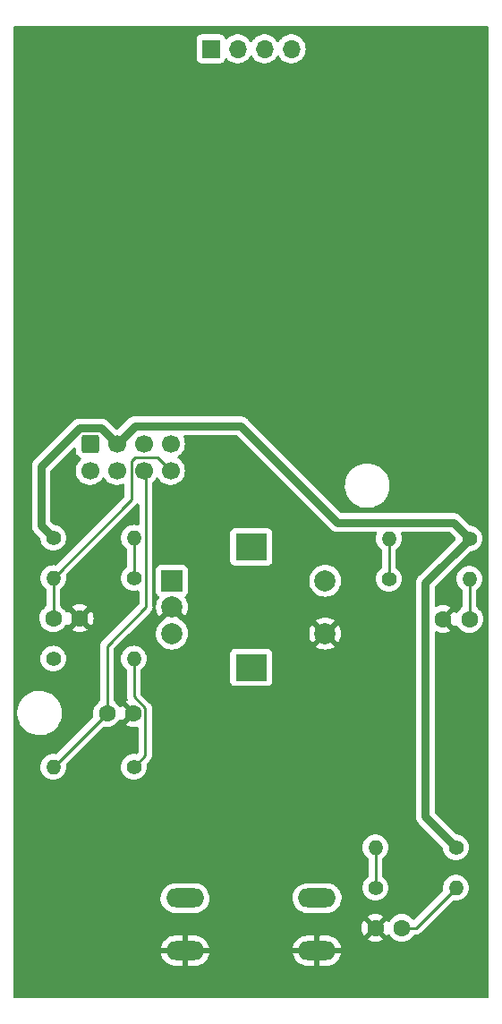
<source format=gtl>
G04 #@! TF.GenerationSoftware,KiCad,Pcbnew,6.0.9-8da3e8f707~116~ubuntu22.04.1*
G04 #@! TF.CreationDate,2022-11-08T11:41:08-05:00*
G04 #@! TF.ProjectId,clock_b2,636c6f63-6b5f-4623-922e-6b696361645f,rev?*
G04 #@! TF.SameCoordinates,Original*
G04 #@! TF.FileFunction,Copper,L1,Top*
G04 #@! TF.FilePolarity,Positive*
%FSLAX46Y46*%
G04 Gerber Fmt 4.6, Leading zero omitted, Abs format (unit mm)*
G04 Created by KiCad (PCBNEW 6.0.9-8da3e8f707~116~ubuntu22.04.1) date 2022-11-08 11:41:08*
%MOMM*%
%LPD*%
G01*
G04 APERTURE LIST*
G04 Aperture macros list*
%AMRoundRect*
0 Rectangle with rounded corners*
0 $1 Rounding radius*
0 $2 $3 $4 $5 $6 $7 $8 $9 X,Y pos of 4 corners*
0 Add a 4 corners polygon primitive as box body*
4,1,4,$2,$3,$4,$5,$6,$7,$8,$9,$2,$3,0*
0 Add four circle primitives for the rounded corners*
1,1,$1+$1,$2,$3*
1,1,$1+$1,$4,$5*
1,1,$1+$1,$6,$7*
1,1,$1+$1,$8,$9*
0 Add four rect primitives between the rounded corners*
20,1,$1+$1,$2,$3,$4,$5,0*
20,1,$1+$1,$4,$5,$6,$7,0*
20,1,$1+$1,$6,$7,$8,$9,0*
20,1,$1+$1,$8,$9,$2,$3,0*%
G04 Aperture macros list end*
G04 #@! TA.AperFunction,ComponentPad*
%ADD10R,2.000000X2.000000*%
G04 #@! TD*
G04 #@! TA.AperFunction,ComponentPad*
%ADD11C,2.000000*%
G04 #@! TD*
G04 #@! TA.AperFunction,ComponentPad*
%ADD12R,3.000000X2.500000*%
G04 #@! TD*
G04 #@! TA.AperFunction,ComponentPad*
%ADD13R,1.700000X1.700000*%
G04 #@! TD*
G04 #@! TA.AperFunction,ComponentPad*
%ADD14O,1.700000X1.700000*%
G04 #@! TD*
G04 #@! TA.AperFunction,ComponentPad*
%ADD15O,3.606800X1.803400*%
G04 #@! TD*
G04 #@! TA.AperFunction,ComponentPad*
%ADD16C,1.600000*%
G04 #@! TD*
G04 #@! TA.AperFunction,ComponentPad*
%ADD17C,1.400000*%
G04 #@! TD*
G04 #@! TA.AperFunction,ComponentPad*
%ADD18O,1.400000X1.400000*%
G04 #@! TD*
G04 #@! TA.AperFunction,ComponentPad*
%ADD19RoundRect,0.250000X-0.600000X0.600000X-0.600000X-0.600000X0.600000X-0.600000X0.600000X0.600000X0*%
G04 #@! TD*
G04 #@! TA.AperFunction,ComponentPad*
%ADD20C,1.700000*%
G04 #@! TD*
G04 #@! TA.AperFunction,ViaPad*
%ADD21C,0.800000*%
G04 #@! TD*
G04 #@! TA.AperFunction,Conductor*
%ADD22C,0.750000*%
G04 #@! TD*
G04 #@! TA.AperFunction,Conductor*
%ADD23C,0.250000*%
G04 #@! TD*
G04 APERTURE END LIST*
D10*
G04 #@! TO.P,SW2,A,A*
G04 #@! TO.N,Board_0-Net-(R3-Pad2)*
X30520000Y-67990000D03*
D11*
G04 #@! TO.P,SW2,B,B*
G04 #@! TO.N,Board_0-Net-(R4-Pad2)*
X30520000Y-72990000D03*
G04 #@! TO.P,SW2,C,C*
G04 #@! TO.N,Board_0-GND1*
X30520000Y-70490000D03*
D12*
G04 #@! TO.P,SW2,MP*
G04 #@! TO.N,N/C*
X38020000Y-76190000D03*
X38020000Y-64790000D03*
D11*
G04 #@! TO.P,SW2,S1,S1*
G04 #@! TO.N,Board_0-Net-(R5-Pad2)*
X45020000Y-67990000D03*
G04 #@! TO.P,SW2,S2,S2*
G04 #@! TO.N,Board_0-GND1*
X45020000Y-72990000D03*
G04 #@! TD*
D13*
G04 #@! TO.P,OLED1,1,GND*
G04 #@! TO.N,Board_0-Net-(JP1-Pad2)*
X34200000Y-17680000D03*
D14*
G04 #@! TO.P,OLED1,2,VCC*
G04 #@! TO.N,Board_0-Net-(JP2-Pad2)*
X36740000Y-17680000D03*
G04 #@! TO.P,OLED1,3,SCL*
G04 #@! TO.N,Board_0-/SCL_JA*
X39280000Y-17680000D03*
G04 #@! TO.P,OLED1,4,SDA*
G04 #@! TO.N,Board_0-/SDA_JA*
X41820000Y-17680000D03*
G04 #@! TD*
D15*
G04 #@! TO.P,SW1,1,1*
G04 #@! TO.N,Board_0-GND1*
X31751600Y-102989200D03*
X44248400Y-102989200D03*
G04 #@! TO.P,SW1,2,2*
G04 #@! TO.N,Board_0-Net-(R1-Pad2)*
X31751600Y-98010800D03*
X44248400Y-98010800D03*
G04 #@! TD*
D16*
G04 #@! TO.P,C2,1*
G04 #@! TO.N,Board_0-/ENC_A_JA*
X19290000Y-71540000D03*
G04 #@! TO.P,C2,2*
G04 #@! TO.N,Board_0-GND1*
X21790000Y-71540000D03*
G04 #@! TD*
G04 #@! TO.P,C3,1*
G04 #@! TO.N,Board_0-/ENC_B_JA*
X24370000Y-80510000D03*
G04 #@! TO.P,C3,2*
G04 #@! TO.N,Board_0-GND1*
X26870000Y-80510000D03*
G04 #@! TD*
G04 #@! TO.P,C4,1*
G04 #@! TO.N,Board_0-/ENC_PUSH_JA*
X58660000Y-71620000D03*
G04 #@! TO.P,C4,2*
G04 #@! TO.N,Board_0-GND1*
X56160000Y-71620000D03*
G04 #@! TD*
D17*
G04 #@! TO.P,R2,1*
G04 #@! TO.N,Board_0-Net-(R1-Pad2)*
X49770000Y-97020000D03*
D18*
G04 #@! TO.P,R2,2*
G04 #@! TO.N,Board_0-/TACT_JA*
X57390000Y-97020000D03*
G04 #@! TD*
D17*
G04 #@! TO.P,R1,1*
G04 #@! TO.N,Board_0-+5V_1*
X57390000Y-93210000D03*
D18*
G04 #@! TO.P,R1,2*
G04 #@! TO.N,Board_0-Net-(R1-Pad2)*
X49770000Y-93210000D03*
G04 #@! TD*
D17*
G04 #@! TO.P,R7,1*
G04 #@! TO.N,Board_0-Net-(R4-Pad2)*
X26910000Y-85590000D03*
D18*
G04 #@! TO.P,R7,2*
G04 #@! TO.N,Board_0-/ENC_B_JA*
X19290000Y-85590000D03*
G04 #@! TD*
D17*
G04 #@! TO.P,R5,1*
G04 #@! TO.N,Board_0-+5V_1*
X58660000Y-64000000D03*
D18*
G04 #@! TO.P,R5,2*
G04 #@! TO.N,Board_0-Net-(R5-Pad2)*
X51040000Y-64000000D03*
G04 #@! TD*
D17*
G04 #@! TO.P,R8,1*
G04 #@! TO.N,Board_0-Net-(R5-Pad2)*
X51040000Y-67810000D03*
D18*
G04 #@! TO.P,R8,2*
G04 #@! TO.N,Board_0-/ENC_PUSH_JA*
X58660000Y-67810000D03*
G04 #@! TD*
D16*
G04 #@! TO.P,C1,1*
G04 #@! TO.N,Board_0-/TACT_JA*
X52270000Y-100830000D03*
G04 #@! TO.P,C1,2*
G04 #@! TO.N,Board_0-GND1*
X49770000Y-100830000D03*
G04 #@! TD*
D17*
G04 #@! TO.P,R3,1*
G04 #@! TO.N,Board_0-+5V_1*
X19290000Y-63920000D03*
D18*
G04 #@! TO.P,R3,2*
G04 #@! TO.N,Board_0-Net-(R3-Pad2)*
X26910000Y-63920000D03*
G04 #@! TD*
D17*
G04 #@! TO.P,R6,1*
G04 #@! TO.N,Board_0-Net-(R3-Pad2)*
X26910000Y-67730000D03*
D18*
G04 #@! TO.P,R6,2*
G04 #@! TO.N,Board_0-/ENC_A_JA*
X19290000Y-67730000D03*
G04 #@! TD*
D19*
G04 #@! TO.P,J1,1,Pin_1*
G04 #@! TO.N,Board_0-GND1*
X22770000Y-55030000D03*
D20*
G04 #@! TO.P,J1,2,Pin_2*
G04 #@! TO.N,Board_0-/TACT_JA*
X22770000Y-57570000D03*
G04 #@! TO.P,J1,3,Pin_3*
G04 #@! TO.N,Board_0-+5V_1*
X25310000Y-55030000D03*
G04 #@! TO.P,J1,4,Pin_4*
G04 #@! TO.N,Board_0-/ENC_PUSH_JA*
X25310000Y-57570000D03*
G04 #@! TO.P,J1,5,Pin_5*
G04 #@! TO.N,Board_0-/SCL_JA*
X27850000Y-55030000D03*
G04 #@! TO.P,J1,6,Pin_6*
G04 #@! TO.N,Board_0-/ENC_B_JA*
X27850000Y-57570000D03*
G04 #@! TO.P,J1,7,Pin_7*
G04 #@! TO.N,Board_0-/SDA_JA*
X30390000Y-55030000D03*
G04 #@! TO.P,J1,8,Pin_8*
G04 #@! TO.N,Board_0-/ENC_A_JA*
X30390000Y-57570000D03*
G04 #@! TD*
D17*
G04 #@! TO.P,R4,1*
G04 #@! TO.N,Board_0-+5V_1*
X19290000Y-75350000D03*
D18*
G04 #@! TO.P,R4,2*
G04 #@! TO.N,Board_0-Net-(R4-Pad2)*
X26910000Y-75350000D03*
G04 #@! TD*
D21*
G04 #@! TO.N,Board_0-GND1*
X38096000Y-19931000D03*
G04 #@! TD*
D22*
G04 #@! TO.N,Board_0-+5V_1*
X57146000Y-62476000D02*
X57146000Y-62486000D01*
X25310000Y-55030000D02*
X27008000Y-53332000D01*
X54500000Y-90320000D02*
X57390000Y-93210000D01*
X18147000Y-57216242D02*
X21807762Y-53555480D01*
X57146000Y-62486000D02*
X58660000Y-64000000D01*
X54500000Y-68160000D02*
X54500000Y-90320000D01*
X21807762Y-53555480D02*
X23835480Y-53555480D01*
X19290000Y-63920000D02*
X18147000Y-62777000D01*
X27008000Y-53332000D02*
X37038748Y-53332000D01*
X37038748Y-53332000D02*
X46182748Y-62476000D01*
X58660000Y-64000000D02*
X54500000Y-68160000D01*
X18147000Y-62777000D02*
X18147000Y-57216242D01*
X46182748Y-62476000D02*
X57146000Y-62476000D01*
X23835480Y-53555480D02*
X25310000Y-55030000D01*
D23*
G04 #@! TO.N,Board_0-/ENC_A_JA*
X26675000Y-56662000D02*
X27037000Y-56300000D01*
X19290000Y-67730000D02*
X19290000Y-71540000D01*
X29120000Y-56300000D02*
X30390000Y-57570000D01*
X19290000Y-67730000D02*
X26675000Y-60345000D01*
X27037000Y-56300000D02*
X29120000Y-56300000D01*
X26675000Y-60345000D02*
X26675000Y-56662000D01*
G04 #@! TO.N,Board_0-/ENC_B_JA*
X28053000Y-57773000D02*
X28053000Y-70477000D01*
X28053000Y-70477000D02*
X24370000Y-74160000D01*
X19290000Y-85590000D02*
X24370000Y-80510000D01*
X24370000Y-74160000D02*
X24370000Y-80510000D01*
G04 #@! TO.N,Board_0-/ENC_PUSH_JA*
X58660000Y-67810000D02*
X58660000Y-71620000D01*
G04 #@! TO.N,Board_0-/TACT_JA*
X53580000Y-100830000D02*
X57390000Y-97020000D01*
X52270000Y-100830000D02*
X53580000Y-100830000D01*
G04 #@! TO.N,Board_0-Net-(R1-Pad2)*
X49770000Y-93210000D02*
X49770000Y-97020000D01*
G04 #@! TO.N,Board_0-Net-(R3-Pad2)*
X26910000Y-63920000D02*
X26910000Y-67730000D01*
G04 #@! TO.N,Board_0-Net-(R4-Pad2)*
X27994511Y-80044211D02*
X27994511Y-84505489D01*
X27994511Y-84505489D02*
X26910000Y-85590000D01*
X26910000Y-78959700D02*
X27994511Y-80044211D01*
X26910000Y-75350000D02*
X26910000Y-78959700D01*
G04 #@! TO.N,Board_0-Net-(R5-Pad2)*
X51040000Y-64000000D02*
X51040000Y-67810000D01*
G04 #@! TD*
G04 #@! TA.AperFunction,Conductor*
G04 #@! TO.N,Board_0-GND1*
G36*
X60433621Y-15528502D02*
G01*
X60480114Y-15582158D01*
X60491500Y-15634500D01*
X60491500Y-107365500D01*
X60471498Y-107433621D01*
X60417842Y-107480114D01*
X60365500Y-107491500D01*
X15634500Y-107491500D01*
X15566379Y-107471498D01*
X15519886Y-107417842D01*
X15508500Y-107365500D01*
X15508500Y-103257780D01*
X29465825Y-103257780D01*
X29493679Y-103390530D01*
X29496739Y-103400727D01*
X29580687Y-103613299D01*
X29585421Y-103622836D01*
X29703988Y-103818229D01*
X29710259Y-103826827D01*
X29860049Y-103999445D01*
X29867685Y-104006871D01*
X30044422Y-104151787D01*
X30053189Y-104157812D01*
X30251817Y-104270878D01*
X30261481Y-104275343D01*
X30476324Y-104353327D01*
X30486591Y-104356098D01*
X30712672Y-104396979D01*
X30720902Y-104397914D01*
X30740332Y-104398830D01*
X30743307Y-104398900D01*
X31479485Y-104398900D01*
X31494724Y-104394425D01*
X31495929Y-104393035D01*
X31497600Y-104385352D01*
X31497600Y-104380785D01*
X32005600Y-104380785D01*
X32010075Y-104396024D01*
X32011465Y-104397229D01*
X32019148Y-104398900D01*
X32710709Y-104398900D01*
X32716017Y-104398675D01*
X32886367Y-104384221D01*
X32896839Y-104382431D01*
X33118070Y-104325011D01*
X33128110Y-104321476D01*
X33336505Y-104227600D01*
X33345791Y-104222431D01*
X33535390Y-104094785D01*
X33543676Y-104088124D01*
X33709063Y-103930352D01*
X33716103Y-103922395D01*
X33852540Y-103739017D01*
X33858144Y-103729980D01*
X33961732Y-103526237D01*
X33965732Y-103516386D01*
X34033512Y-103298099D01*
X34035794Y-103287720D01*
X34039314Y-103261158D01*
X34038790Y-103257780D01*
X41962625Y-103257780D01*
X41990479Y-103390530D01*
X41993539Y-103400727D01*
X42077487Y-103613299D01*
X42082221Y-103622836D01*
X42200788Y-103818229D01*
X42207059Y-103826827D01*
X42356849Y-103999445D01*
X42364485Y-104006871D01*
X42541222Y-104151787D01*
X42549989Y-104157812D01*
X42748617Y-104270878D01*
X42758281Y-104275343D01*
X42973124Y-104353327D01*
X42983391Y-104356098D01*
X43209472Y-104396979D01*
X43217702Y-104397914D01*
X43237132Y-104398830D01*
X43240107Y-104398900D01*
X43976285Y-104398900D01*
X43991524Y-104394425D01*
X43992729Y-104393035D01*
X43994400Y-104385352D01*
X43994400Y-104380785D01*
X44502400Y-104380785D01*
X44506875Y-104396024D01*
X44508265Y-104397229D01*
X44515948Y-104398900D01*
X45207509Y-104398900D01*
X45212817Y-104398675D01*
X45383167Y-104384221D01*
X45393639Y-104382431D01*
X45614870Y-104325011D01*
X45624910Y-104321476D01*
X45833305Y-104227600D01*
X45842591Y-104222431D01*
X46032190Y-104094785D01*
X46040476Y-104088124D01*
X46205863Y-103930352D01*
X46212903Y-103922395D01*
X46349340Y-103739017D01*
X46354944Y-103729980D01*
X46458532Y-103526237D01*
X46462532Y-103516386D01*
X46530312Y-103298099D01*
X46532594Y-103287720D01*
X46536114Y-103261158D01*
X46533917Y-103246993D01*
X46520733Y-103243200D01*
X44520515Y-103243200D01*
X44505276Y-103247675D01*
X44504071Y-103249065D01*
X44502400Y-103256748D01*
X44502400Y-104380785D01*
X43994400Y-104380785D01*
X43994400Y-103261315D01*
X43989925Y-103246076D01*
X43988535Y-103244871D01*
X43980852Y-103243200D01*
X41977681Y-103243200D01*
X41964150Y-103247173D01*
X41962625Y-103257780D01*
X34038790Y-103257780D01*
X34037117Y-103246993D01*
X34023933Y-103243200D01*
X32023715Y-103243200D01*
X32008476Y-103247675D01*
X32007271Y-103249065D01*
X32005600Y-103256748D01*
X32005600Y-104380785D01*
X31497600Y-104380785D01*
X31497600Y-103261315D01*
X31493125Y-103246076D01*
X31491735Y-103244871D01*
X31484052Y-103243200D01*
X29480881Y-103243200D01*
X29467350Y-103247173D01*
X29465825Y-103257780D01*
X15508500Y-103257780D01*
X15508500Y-102717242D01*
X29463886Y-102717242D01*
X29466083Y-102731407D01*
X29479267Y-102735200D01*
X31479485Y-102735200D01*
X31494724Y-102730725D01*
X31495929Y-102729335D01*
X31497600Y-102721652D01*
X31497600Y-102717085D01*
X32005600Y-102717085D01*
X32010075Y-102732324D01*
X32011465Y-102733529D01*
X32019148Y-102735200D01*
X34022319Y-102735200D01*
X34035850Y-102731227D01*
X34037375Y-102720620D01*
X34036666Y-102717242D01*
X41960686Y-102717242D01*
X41962883Y-102731407D01*
X41976067Y-102735200D01*
X43976285Y-102735200D01*
X43991524Y-102730725D01*
X43992729Y-102729335D01*
X43994400Y-102721652D01*
X43994400Y-102717085D01*
X44502400Y-102717085D01*
X44506875Y-102732324D01*
X44508265Y-102733529D01*
X44515948Y-102735200D01*
X46519119Y-102735200D01*
X46532650Y-102731227D01*
X46534175Y-102720620D01*
X46506321Y-102587870D01*
X46503261Y-102577673D01*
X46419313Y-102365101D01*
X46414579Y-102355564D01*
X46296012Y-102160171D01*
X46289741Y-102151573D01*
X46139951Y-101978955D01*
X46132315Y-101971529D01*
X46064668Y-101916062D01*
X49048493Y-101916062D01*
X49057789Y-101928077D01*
X49108994Y-101963931D01*
X49118489Y-101969414D01*
X49315947Y-102061490D01*
X49326239Y-102065236D01*
X49536688Y-102121625D01*
X49547481Y-102123528D01*
X49764525Y-102142517D01*
X49775475Y-102142517D01*
X49992519Y-102123528D01*
X50003312Y-102121625D01*
X50213761Y-102065236D01*
X50224053Y-102061490D01*
X50421511Y-101969414D01*
X50431006Y-101963931D01*
X50483048Y-101927491D01*
X50491424Y-101917012D01*
X50484356Y-101903566D01*
X49782812Y-101202022D01*
X49768868Y-101194408D01*
X49767035Y-101194539D01*
X49760420Y-101198790D01*
X49054923Y-101904287D01*
X49048493Y-101916062D01*
X46064668Y-101916062D01*
X45955578Y-101826613D01*
X45946811Y-101820588D01*
X45748183Y-101707522D01*
X45738519Y-101703057D01*
X45523676Y-101625073D01*
X45513409Y-101622302D01*
X45287328Y-101581421D01*
X45279098Y-101580486D01*
X45259668Y-101579570D01*
X45256693Y-101579500D01*
X44520515Y-101579500D01*
X44505276Y-101583975D01*
X44504071Y-101585365D01*
X44502400Y-101593048D01*
X44502400Y-102717085D01*
X43994400Y-102717085D01*
X43994400Y-101597615D01*
X43989925Y-101582376D01*
X43988535Y-101581171D01*
X43980852Y-101579500D01*
X43289291Y-101579500D01*
X43283983Y-101579725D01*
X43113633Y-101594179D01*
X43103161Y-101595969D01*
X42881930Y-101653389D01*
X42871890Y-101656924D01*
X42663495Y-101750800D01*
X42654209Y-101755969D01*
X42464610Y-101883615D01*
X42456324Y-101890276D01*
X42290937Y-102048048D01*
X42283897Y-102056005D01*
X42147460Y-102239383D01*
X42141856Y-102248420D01*
X42038268Y-102452163D01*
X42034268Y-102462014D01*
X41966488Y-102680301D01*
X41964206Y-102690680D01*
X41960686Y-102717242D01*
X34036666Y-102717242D01*
X34009521Y-102587870D01*
X34006461Y-102577673D01*
X33922513Y-102365101D01*
X33917779Y-102355564D01*
X33799212Y-102160171D01*
X33792941Y-102151573D01*
X33643151Y-101978955D01*
X33635515Y-101971529D01*
X33458778Y-101826613D01*
X33450011Y-101820588D01*
X33251383Y-101707522D01*
X33241719Y-101703057D01*
X33026876Y-101625073D01*
X33016609Y-101622302D01*
X32790528Y-101581421D01*
X32782298Y-101580486D01*
X32762868Y-101579570D01*
X32759893Y-101579500D01*
X32023715Y-101579500D01*
X32008476Y-101583975D01*
X32007271Y-101585365D01*
X32005600Y-101593048D01*
X32005600Y-102717085D01*
X31497600Y-102717085D01*
X31497600Y-101597615D01*
X31493125Y-101582376D01*
X31491735Y-101581171D01*
X31484052Y-101579500D01*
X30792491Y-101579500D01*
X30787183Y-101579725D01*
X30616833Y-101594179D01*
X30606361Y-101595969D01*
X30385130Y-101653389D01*
X30375090Y-101656924D01*
X30166695Y-101750800D01*
X30157409Y-101755969D01*
X29967810Y-101883615D01*
X29959524Y-101890276D01*
X29794137Y-102048048D01*
X29787097Y-102056005D01*
X29650660Y-102239383D01*
X29645056Y-102248420D01*
X29541468Y-102452163D01*
X29537468Y-102462014D01*
X29469688Y-102680301D01*
X29467406Y-102690680D01*
X29463886Y-102717242D01*
X15508500Y-102717242D01*
X15508500Y-100835475D01*
X48457483Y-100835475D01*
X48476472Y-101052519D01*
X48478375Y-101063312D01*
X48534764Y-101273761D01*
X48538510Y-101284053D01*
X48630586Y-101481511D01*
X48636069Y-101491006D01*
X48672509Y-101543048D01*
X48682988Y-101551424D01*
X48696434Y-101544356D01*
X49397978Y-100842812D01*
X49404356Y-100831132D01*
X50134408Y-100831132D01*
X50134539Y-100832965D01*
X50138790Y-100839580D01*
X50844287Y-101545077D01*
X50856062Y-101551507D01*
X50868077Y-101542211D01*
X50903934Y-101491002D01*
X50910591Y-101479472D01*
X50961973Y-101430479D01*
X51031687Y-101417042D01*
X51097598Y-101443429D01*
X51128829Y-101479472D01*
X51130153Y-101481765D01*
X51132477Y-101486749D01*
X51171312Y-101542211D01*
X51227393Y-101622302D01*
X51263802Y-101674300D01*
X51425700Y-101836198D01*
X51430208Y-101839355D01*
X51430211Y-101839357D01*
X51493418Y-101883615D01*
X51613251Y-101967523D01*
X51618233Y-101969846D01*
X51618238Y-101969849D01*
X51814765Y-102061490D01*
X51820757Y-102064284D01*
X51826065Y-102065706D01*
X51826067Y-102065707D01*
X52036598Y-102122119D01*
X52036600Y-102122119D01*
X52041913Y-102123543D01*
X52270000Y-102143498D01*
X52498087Y-102123543D01*
X52503400Y-102122119D01*
X52503402Y-102122119D01*
X52713933Y-102065707D01*
X52713935Y-102065706D01*
X52719243Y-102064284D01*
X52725235Y-102061490D01*
X52921762Y-101969849D01*
X52921767Y-101969846D01*
X52926749Y-101967523D01*
X53046582Y-101883615D01*
X53109789Y-101839357D01*
X53109792Y-101839355D01*
X53114300Y-101836198D01*
X53276198Y-101674300D01*
X53290840Y-101653389D01*
X53386181Y-101517229D01*
X53441638Y-101472901D01*
X53489394Y-101463500D01*
X53501233Y-101463500D01*
X53512416Y-101464027D01*
X53519909Y-101465702D01*
X53527835Y-101465453D01*
X53527836Y-101465453D01*
X53587986Y-101463562D01*
X53591945Y-101463500D01*
X53619856Y-101463500D01*
X53623791Y-101463003D01*
X53623856Y-101462995D01*
X53635693Y-101462062D01*
X53667951Y-101461048D01*
X53671970Y-101460922D01*
X53679889Y-101460673D01*
X53699343Y-101455021D01*
X53718700Y-101451013D01*
X53730930Y-101449468D01*
X53730931Y-101449468D01*
X53738797Y-101448474D01*
X53746168Y-101445555D01*
X53746170Y-101445555D01*
X53779912Y-101432196D01*
X53791142Y-101428351D01*
X53825983Y-101418229D01*
X53825984Y-101418229D01*
X53833593Y-101416018D01*
X53840412Y-101411985D01*
X53840417Y-101411983D01*
X53851028Y-101405707D01*
X53868776Y-101397012D01*
X53887617Y-101389552D01*
X53923387Y-101363564D01*
X53933307Y-101357048D01*
X53964535Y-101338580D01*
X53964538Y-101338578D01*
X53971362Y-101334542D01*
X53985683Y-101320221D01*
X54000717Y-101307380D01*
X54010694Y-101300131D01*
X54017107Y-101295472D01*
X54045298Y-101261395D01*
X54053288Y-101252616D01*
X57058461Y-98247443D01*
X57120773Y-98213417D01*
X57169437Y-98212452D01*
X57174029Y-98213262D01*
X57179345Y-98214686D01*
X57390000Y-98233116D01*
X57600655Y-98214686D01*
X57605968Y-98213262D01*
X57605970Y-98213262D01*
X57799600Y-98161379D01*
X57799602Y-98161378D01*
X57804910Y-98159956D01*
X57809892Y-98157633D01*
X57991577Y-98072912D01*
X57991580Y-98072910D01*
X57996558Y-98070589D01*
X58169776Y-97949301D01*
X58319301Y-97799776D01*
X58440589Y-97626558D01*
X58529956Y-97434910D01*
X58552296Y-97351538D01*
X58583262Y-97235970D01*
X58583262Y-97235968D01*
X58584686Y-97230655D01*
X58603116Y-97020000D01*
X58584686Y-96809345D01*
X58548559Y-96674516D01*
X58531379Y-96610400D01*
X58531378Y-96610398D01*
X58529956Y-96605090D01*
X58440589Y-96413442D01*
X58319301Y-96240224D01*
X58169776Y-96090699D01*
X57996558Y-95969411D01*
X57991580Y-95967090D01*
X57991577Y-95967088D01*
X57809892Y-95882367D01*
X57809891Y-95882366D01*
X57804910Y-95880044D01*
X57799602Y-95878622D01*
X57799600Y-95878621D01*
X57605970Y-95826738D01*
X57605968Y-95826738D01*
X57600655Y-95825314D01*
X57390000Y-95806884D01*
X57179345Y-95825314D01*
X57174032Y-95826738D01*
X57174030Y-95826738D01*
X56980400Y-95878621D01*
X56980398Y-95878622D01*
X56975090Y-95880044D01*
X56970109Y-95882366D01*
X56970108Y-95882367D01*
X56788423Y-95967088D01*
X56788420Y-95967090D01*
X56783442Y-95969411D01*
X56610224Y-96090699D01*
X56460699Y-96240224D01*
X56339411Y-96413442D01*
X56250044Y-96605090D01*
X56248622Y-96610398D01*
X56248621Y-96610400D01*
X56231441Y-96674516D01*
X56195314Y-96809345D01*
X56176884Y-97020000D01*
X56177363Y-97025475D01*
X56194835Y-97225175D01*
X56195314Y-97230655D01*
X56196736Y-97235961D01*
X56197547Y-97240561D01*
X56189679Y-97311121D01*
X56162557Y-97351538D01*
X53486242Y-100027853D01*
X53423930Y-100061879D01*
X53353115Y-100056814D01*
X53293935Y-100011030D01*
X53279359Y-99990214D01*
X53279357Y-99990212D01*
X53276198Y-99985700D01*
X53114300Y-99823802D01*
X53109792Y-99820645D01*
X53109789Y-99820643D01*
X52983920Y-99732509D01*
X52926749Y-99692477D01*
X52921767Y-99690154D01*
X52921762Y-99690151D01*
X52724225Y-99598039D01*
X52724224Y-99598039D01*
X52719243Y-99595716D01*
X52713935Y-99594294D01*
X52713933Y-99594293D01*
X52503402Y-99537881D01*
X52503400Y-99537881D01*
X52498087Y-99536457D01*
X52270000Y-99516502D01*
X52041913Y-99536457D01*
X52036600Y-99537881D01*
X52036598Y-99537881D01*
X51826067Y-99594293D01*
X51826065Y-99594294D01*
X51820757Y-99595716D01*
X51815776Y-99598039D01*
X51815775Y-99598039D01*
X51618238Y-99690151D01*
X51618233Y-99690154D01*
X51613251Y-99692477D01*
X51556080Y-99732509D01*
X51430211Y-99820643D01*
X51430208Y-99820645D01*
X51425700Y-99823802D01*
X51263802Y-99985700D01*
X51260645Y-99990208D01*
X51260643Y-99990211D01*
X51234286Y-100027853D01*
X51132477Y-100173251D01*
X51130153Y-100178235D01*
X51128829Y-100180528D01*
X51077447Y-100229521D01*
X51007733Y-100242957D01*
X50941822Y-100216571D01*
X50910591Y-100180528D01*
X50903934Y-100168998D01*
X50867491Y-100116952D01*
X50857012Y-100108576D01*
X50843566Y-100115644D01*
X50142022Y-100817188D01*
X50134408Y-100831132D01*
X49404356Y-100831132D01*
X49405592Y-100828868D01*
X49405461Y-100827035D01*
X49401210Y-100820420D01*
X48695713Y-100114923D01*
X48683938Y-100108493D01*
X48671923Y-100117789D01*
X48636069Y-100168994D01*
X48630586Y-100178489D01*
X48538510Y-100375947D01*
X48534764Y-100386239D01*
X48478375Y-100596688D01*
X48476472Y-100607481D01*
X48457483Y-100824525D01*
X48457483Y-100835475D01*
X15508500Y-100835475D01*
X15508500Y-99742988D01*
X49048576Y-99742988D01*
X49055644Y-99756434D01*
X49757188Y-100457978D01*
X49771132Y-100465592D01*
X49772965Y-100465461D01*
X49779580Y-100461210D01*
X50485077Y-99755713D01*
X50491507Y-99743938D01*
X50482211Y-99731923D01*
X50431006Y-99696069D01*
X50421511Y-99690586D01*
X50224053Y-99598510D01*
X50213761Y-99594764D01*
X50003312Y-99538375D01*
X49992519Y-99536472D01*
X49775475Y-99517483D01*
X49764525Y-99517483D01*
X49547481Y-99536472D01*
X49536688Y-99538375D01*
X49326239Y-99594764D01*
X49315947Y-99598510D01*
X49118489Y-99690586D01*
X49108994Y-99696069D01*
X49056952Y-99732509D01*
X49048576Y-99742988D01*
X15508500Y-99742988D01*
X15508500Y-97944130D01*
X29436172Y-97944130D01*
X29445150Y-98183282D01*
X29494295Y-98417501D01*
X29582200Y-98640092D01*
X29706353Y-98844689D01*
X29709850Y-98848719D01*
X29796527Y-98948605D01*
X29863203Y-99025443D01*
X29867329Y-99028826D01*
X29867333Y-99028830D01*
X30044138Y-99173801D01*
X30044144Y-99173805D01*
X30048266Y-99177185D01*
X30052902Y-99179824D01*
X30052905Y-99179826D01*
X30230743Y-99281057D01*
X30256250Y-99295577D01*
X30481208Y-99377232D01*
X30486457Y-99378181D01*
X30486460Y-99378182D01*
X30567997Y-99392926D01*
X30716709Y-99419818D01*
X30720848Y-99420013D01*
X30720855Y-99420014D01*
X30740285Y-99420930D01*
X30740294Y-99420930D01*
X30741774Y-99421000D01*
X32713393Y-99421000D01*
X32782934Y-99415099D01*
X32886452Y-99406316D01*
X32886456Y-99406315D01*
X32891763Y-99405865D01*
X32896918Y-99404527D01*
X32896924Y-99404526D01*
X33118238Y-99347084D01*
X33118242Y-99347083D01*
X33123407Y-99345742D01*
X33128273Y-99343550D01*
X33128276Y-99343549D01*
X33336737Y-99249644D01*
X33341610Y-99247449D01*
X33540132Y-99113796D01*
X33713296Y-98948605D01*
X33856152Y-98756600D01*
X33917915Y-98635123D01*
X33962197Y-98548026D01*
X33962197Y-98548025D01*
X33964615Y-98543270D01*
X34035583Y-98314715D01*
X34049137Y-98212452D01*
X34066328Y-98082753D01*
X34066328Y-98082750D01*
X34067028Y-98077470D01*
X34062022Y-97944130D01*
X41932972Y-97944130D01*
X41941950Y-98183282D01*
X41991095Y-98417501D01*
X42079000Y-98640092D01*
X42203153Y-98844689D01*
X42206650Y-98848719D01*
X42293327Y-98948605D01*
X42360003Y-99025443D01*
X42364129Y-99028826D01*
X42364133Y-99028830D01*
X42540938Y-99173801D01*
X42540944Y-99173805D01*
X42545066Y-99177185D01*
X42549702Y-99179824D01*
X42549705Y-99179826D01*
X42727543Y-99281057D01*
X42753050Y-99295577D01*
X42978008Y-99377232D01*
X42983257Y-99378181D01*
X42983260Y-99378182D01*
X43064797Y-99392926D01*
X43213509Y-99419818D01*
X43217648Y-99420013D01*
X43217655Y-99420014D01*
X43237085Y-99420930D01*
X43237094Y-99420930D01*
X43238574Y-99421000D01*
X45210193Y-99421000D01*
X45279734Y-99415099D01*
X45383252Y-99406316D01*
X45383256Y-99406315D01*
X45388563Y-99405865D01*
X45393718Y-99404527D01*
X45393724Y-99404526D01*
X45615038Y-99347084D01*
X45615042Y-99347083D01*
X45620207Y-99345742D01*
X45625073Y-99343550D01*
X45625076Y-99343549D01*
X45833537Y-99249644D01*
X45838410Y-99247449D01*
X46036932Y-99113796D01*
X46210096Y-98948605D01*
X46352952Y-98756600D01*
X46414715Y-98635123D01*
X46458997Y-98548026D01*
X46458997Y-98548025D01*
X46461415Y-98543270D01*
X46532383Y-98314715D01*
X46545937Y-98212452D01*
X46563128Y-98082753D01*
X46563128Y-98082750D01*
X46563828Y-98077470D01*
X46554850Y-97838318D01*
X46511363Y-97631063D01*
X46506800Y-97609316D01*
X46506799Y-97609312D01*
X46505705Y-97604099D01*
X46417800Y-97381508D01*
X46293647Y-97176911D01*
X46207186Y-97077273D01*
X46157487Y-97020000D01*
X48556884Y-97020000D01*
X48575314Y-97230655D01*
X48576738Y-97235968D01*
X48576738Y-97235970D01*
X48607705Y-97351538D01*
X48630044Y-97434910D01*
X48719411Y-97626558D01*
X48840699Y-97799776D01*
X48990224Y-97949301D01*
X49163442Y-98070589D01*
X49168420Y-98072910D01*
X49168423Y-98072912D01*
X49350108Y-98157633D01*
X49355090Y-98159956D01*
X49360398Y-98161378D01*
X49360400Y-98161379D01*
X49554030Y-98213262D01*
X49554032Y-98213262D01*
X49559345Y-98214686D01*
X49770000Y-98233116D01*
X49980655Y-98214686D01*
X49985968Y-98213262D01*
X49985970Y-98213262D01*
X50179600Y-98161379D01*
X50179602Y-98161378D01*
X50184910Y-98159956D01*
X50189892Y-98157633D01*
X50371577Y-98072912D01*
X50371580Y-98072910D01*
X50376558Y-98070589D01*
X50549776Y-97949301D01*
X50699301Y-97799776D01*
X50820589Y-97626558D01*
X50909956Y-97434910D01*
X50932296Y-97351538D01*
X50963262Y-97235970D01*
X50963262Y-97235968D01*
X50964686Y-97230655D01*
X50983116Y-97020000D01*
X50964686Y-96809345D01*
X50928559Y-96674516D01*
X50911379Y-96610400D01*
X50911378Y-96610398D01*
X50909956Y-96605090D01*
X50820589Y-96413442D01*
X50699301Y-96240224D01*
X50549776Y-96090699D01*
X50457230Y-96025898D01*
X50412901Y-95970441D01*
X50403500Y-95922685D01*
X50403500Y-94307315D01*
X50423502Y-94239194D01*
X50457230Y-94204102D01*
X50545264Y-94142460D01*
X50549776Y-94139301D01*
X50699301Y-93989776D01*
X50820589Y-93816558D01*
X50909956Y-93624910D01*
X50964686Y-93420655D01*
X50983116Y-93210000D01*
X50964686Y-92999345D01*
X50909956Y-92795090D01*
X50820589Y-92603442D01*
X50699301Y-92430224D01*
X50549776Y-92280699D01*
X50376558Y-92159411D01*
X50371580Y-92157090D01*
X50371577Y-92157088D01*
X50189892Y-92072367D01*
X50189891Y-92072366D01*
X50184910Y-92070044D01*
X50179602Y-92068622D01*
X50179600Y-92068621D01*
X49985970Y-92016738D01*
X49985968Y-92016738D01*
X49980655Y-92015314D01*
X49770000Y-91996884D01*
X49559345Y-92015314D01*
X49554032Y-92016738D01*
X49554030Y-92016738D01*
X49360400Y-92068621D01*
X49360398Y-92068622D01*
X49355090Y-92070044D01*
X49350109Y-92072366D01*
X49350108Y-92072367D01*
X49168423Y-92157088D01*
X49168420Y-92157090D01*
X49163442Y-92159411D01*
X48990224Y-92280699D01*
X48840699Y-92430224D01*
X48719411Y-92603442D01*
X48630044Y-92795090D01*
X48575314Y-92999345D01*
X48556884Y-93210000D01*
X48575314Y-93420655D01*
X48630044Y-93624910D01*
X48719411Y-93816558D01*
X48840699Y-93989776D01*
X48990224Y-94139301D01*
X48994736Y-94142460D01*
X49082770Y-94204102D01*
X49127099Y-94259559D01*
X49136500Y-94307315D01*
X49136500Y-95922685D01*
X49116498Y-95990806D01*
X49082770Y-96025898D01*
X48990224Y-96090699D01*
X48840699Y-96240224D01*
X48719411Y-96413442D01*
X48630044Y-96605090D01*
X48628622Y-96610398D01*
X48628621Y-96610400D01*
X48611441Y-96674516D01*
X48575314Y-96809345D01*
X48556884Y-97020000D01*
X46157487Y-97020000D01*
X46140297Y-97000190D01*
X46140295Y-97000188D01*
X46136797Y-96996157D01*
X46132671Y-96992774D01*
X46132667Y-96992770D01*
X45955862Y-96847799D01*
X45955856Y-96847795D01*
X45951734Y-96844415D01*
X45947098Y-96841776D01*
X45947095Y-96841774D01*
X45748393Y-96728666D01*
X45743750Y-96726023D01*
X45518792Y-96644368D01*
X45513543Y-96643419D01*
X45513540Y-96643418D01*
X45432003Y-96628674D01*
X45283291Y-96601782D01*
X45279152Y-96601587D01*
X45279145Y-96601586D01*
X45259715Y-96600670D01*
X45259706Y-96600670D01*
X45258226Y-96600600D01*
X43286607Y-96600600D01*
X43217066Y-96606501D01*
X43113548Y-96615284D01*
X43113544Y-96615285D01*
X43108237Y-96615735D01*
X43103082Y-96617073D01*
X43103076Y-96617074D01*
X42881762Y-96674516D01*
X42881758Y-96674517D01*
X42876593Y-96675858D01*
X42871727Y-96678050D01*
X42871724Y-96678051D01*
X42759363Y-96728666D01*
X42658390Y-96774151D01*
X42459868Y-96907804D01*
X42286704Y-97072995D01*
X42143848Y-97265000D01*
X42141432Y-97269751D01*
X42141430Y-97269755D01*
X42060161Y-97429600D01*
X42035385Y-97478330D01*
X41964417Y-97706885D01*
X41963716Y-97712174D01*
X41946997Y-97838318D01*
X41932972Y-97944130D01*
X34062022Y-97944130D01*
X34058050Y-97838318D01*
X34014563Y-97631063D01*
X34010000Y-97609316D01*
X34009999Y-97609312D01*
X34008905Y-97604099D01*
X33921000Y-97381508D01*
X33796847Y-97176911D01*
X33710386Y-97077273D01*
X33643497Y-97000190D01*
X33643495Y-97000188D01*
X33639997Y-96996157D01*
X33635871Y-96992774D01*
X33635867Y-96992770D01*
X33459062Y-96847799D01*
X33459056Y-96847795D01*
X33454934Y-96844415D01*
X33450298Y-96841776D01*
X33450295Y-96841774D01*
X33251593Y-96728666D01*
X33246950Y-96726023D01*
X33021992Y-96644368D01*
X33016743Y-96643419D01*
X33016740Y-96643418D01*
X32935203Y-96628674D01*
X32786491Y-96601782D01*
X32782352Y-96601587D01*
X32782345Y-96601586D01*
X32762915Y-96600670D01*
X32762906Y-96600670D01*
X32761426Y-96600600D01*
X30789807Y-96600600D01*
X30720266Y-96606501D01*
X30616748Y-96615284D01*
X30616744Y-96615285D01*
X30611437Y-96615735D01*
X30606282Y-96617073D01*
X30606276Y-96617074D01*
X30384962Y-96674516D01*
X30384958Y-96674517D01*
X30379793Y-96675858D01*
X30374927Y-96678050D01*
X30374924Y-96678051D01*
X30262563Y-96728666D01*
X30161590Y-96774151D01*
X29963068Y-96907804D01*
X29789904Y-97072995D01*
X29647048Y-97265000D01*
X29644632Y-97269751D01*
X29644630Y-97269755D01*
X29563361Y-97429600D01*
X29538585Y-97478330D01*
X29467617Y-97706885D01*
X29466916Y-97712174D01*
X29450197Y-97838318D01*
X29436172Y-97944130D01*
X15508500Y-97944130D01*
X15508500Y-80632703D01*
X15890743Y-80632703D01*
X15928268Y-80917734D01*
X15929401Y-80921874D01*
X15929401Y-80921876D01*
X15950415Y-80998689D01*
X16004129Y-81195036D01*
X16005813Y-81198984D01*
X16073724Y-81358197D01*
X16116923Y-81459476D01*
X16152761Y-81519357D01*
X16230599Y-81649414D01*
X16264561Y-81706161D01*
X16444313Y-81930528D01*
X16652851Y-82128423D01*
X16886317Y-82296186D01*
X16890112Y-82298195D01*
X16890113Y-82298196D01*
X16911869Y-82309715D01*
X17140392Y-82430712D01*
X17410373Y-82529511D01*
X17691264Y-82590755D01*
X17719841Y-82593004D01*
X17914282Y-82608307D01*
X17914291Y-82608307D01*
X17916739Y-82608500D01*
X18072271Y-82608500D01*
X18074407Y-82608354D01*
X18074418Y-82608354D01*
X18282548Y-82594165D01*
X18282554Y-82594164D01*
X18286825Y-82593873D01*
X18291020Y-82593004D01*
X18291022Y-82593004D01*
X18427583Y-82564724D01*
X18568342Y-82535574D01*
X18839343Y-82439607D01*
X19094812Y-82307750D01*
X19098313Y-82305289D01*
X19098317Y-82305287D01*
X19212417Y-82225096D01*
X19330023Y-82142441D01*
X19540622Y-81946740D01*
X19722713Y-81724268D01*
X19872927Y-81479142D01*
X19988483Y-81215898D01*
X20001201Y-81171253D01*
X20066068Y-80943534D01*
X20067244Y-80939406D01*
X20107751Y-80654784D01*
X20107845Y-80636951D01*
X20109235Y-80371583D01*
X20109235Y-80371576D01*
X20109257Y-80367297D01*
X20098738Y-80287393D01*
X20072292Y-80086522D01*
X20071732Y-80082266D01*
X20067301Y-80066067D01*
X20028150Y-79922958D01*
X19995871Y-79804964D01*
X19938394Y-79670211D01*
X19884763Y-79544476D01*
X19884761Y-79544472D01*
X19883077Y-79540524D01*
X19769686Y-79351062D01*
X19737643Y-79297521D01*
X19737640Y-79297517D01*
X19735439Y-79293839D01*
X19555687Y-79069472D01*
X19347149Y-78871577D01*
X19113683Y-78703814D01*
X19091843Y-78692250D01*
X19002801Y-78645105D01*
X18859608Y-78569288D01*
X18589627Y-78470489D01*
X18308736Y-78409245D01*
X18277685Y-78406801D01*
X18085718Y-78391693D01*
X18085709Y-78391693D01*
X18083261Y-78391500D01*
X17927729Y-78391500D01*
X17925593Y-78391646D01*
X17925582Y-78391646D01*
X17717452Y-78405835D01*
X17717446Y-78405836D01*
X17713175Y-78406127D01*
X17708980Y-78406996D01*
X17708978Y-78406996D01*
X17572417Y-78435276D01*
X17431658Y-78464426D01*
X17160657Y-78560393D01*
X16905188Y-78692250D01*
X16901687Y-78694711D01*
X16901683Y-78694713D01*
X16891594Y-78701804D01*
X16669977Y-78857559D01*
X16459378Y-79053260D01*
X16277287Y-79275732D01*
X16127073Y-79520858D01*
X16125347Y-79524791D01*
X16125346Y-79524792D01*
X16032372Y-79736594D01*
X16011517Y-79784102D01*
X16010342Y-79788229D01*
X16010341Y-79788230D01*
X16007618Y-79797789D01*
X15932756Y-80060594D01*
X15892249Y-80345216D01*
X15892227Y-80349505D01*
X15892226Y-80349512D01*
X15891155Y-80554032D01*
X15890743Y-80632703D01*
X15508500Y-80632703D01*
X15508500Y-75350000D01*
X18076884Y-75350000D01*
X18095314Y-75560655D01*
X18150044Y-75764910D01*
X18239411Y-75956558D01*
X18360699Y-76129776D01*
X18510224Y-76279301D01*
X18683442Y-76400589D01*
X18688420Y-76402910D01*
X18688423Y-76402912D01*
X18783646Y-76447315D01*
X18875090Y-76489956D01*
X18880398Y-76491378D01*
X18880400Y-76491379D01*
X19074030Y-76543262D01*
X19074032Y-76543262D01*
X19079345Y-76544686D01*
X19290000Y-76563116D01*
X19500655Y-76544686D01*
X19505968Y-76543262D01*
X19505970Y-76543262D01*
X19699600Y-76491379D01*
X19699602Y-76491378D01*
X19704910Y-76489956D01*
X19796354Y-76447315D01*
X19891577Y-76402912D01*
X19891580Y-76402910D01*
X19896558Y-76400589D01*
X20069776Y-76279301D01*
X20219301Y-76129776D01*
X20340589Y-75956558D01*
X20429956Y-75764910D01*
X20484686Y-75560655D01*
X20503116Y-75350000D01*
X20484686Y-75139345D01*
X20429956Y-74935090D01*
X20384468Y-74837540D01*
X20342912Y-74748423D01*
X20342910Y-74748420D01*
X20340589Y-74743442D01*
X20219301Y-74570224D01*
X20069776Y-74420699D01*
X19896558Y-74299411D01*
X19891580Y-74297090D01*
X19891577Y-74297088D01*
X19709892Y-74212367D01*
X19709891Y-74212366D01*
X19704910Y-74210044D01*
X19699602Y-74208622D01*
X19699600Y-74208621D01*
X19505970Y-74156738D01*
X19505968Y-74156738D01*
X19500655Y-74155314D01*
X19290000Y-74136884D01*
X19079345Y-74155314D01*
X19074032Y-74156738D01*
X19074030Y-74156738D01*
X18880400Y-74208621D01*
X18880398Y-74208622D01*
X18875090Y-74210044D01*
X18870109Y-74212366D01*
X18870108Y-74212367D01*
X18688423Y-74297088D01*
X18688420Y-74297090D01*
X18683442Y-74299411D01*
X18510224Y-74420699D01*
X18360699Y-74570224D01*
X18239411Y-74743442D01*
X18237090Y-74748420D01*
X18237088Y-74748423D01*
X18195532Y-74837540D01*
X18150044Y-74935090D01*
X18095314Y-75139345D01*
X18076884Y-75350000D01*
X15508500Y-75350000D01*
X15508500Y-62730507D01*
X17259850Y-62730507D01*
X17260195Y-62737094D01*
X17260195Y-62737098D01*
X17263327Y-62796850D01*
X17263500Y-62803445D01*
X17263500Y-62823306D01*
X17263844Y-62826577D01*
X17265576Y-62843059D01*
X17266093Y-62849628D01*
X17269570Y-62915971D01*
X17273042Y-62928929D01*
X17276645Y-62948372D01*
X17278046Y-62961702D01*
X17298578Y-63024894D01*
X17300444Y-63031196D01*
X17302107Y-63037402D01*
X17317638Y-63095363D01*
X17320634Y-63101242D01*
X17320637Y-63101251D01*
X17323728Y-63107317D01*
X17331292Y-63125579D01*
X17333392Y-63132043D01*
X17333395Y-63132051D01*
X17335436Y-63138331D01*
X17338738Y-63144050D01*
X17338740Y-63144055D01*
X17368654Y-63195867D01*
X17371787Y-63201637D01*
X17401953Y-63260839D01*
X17406109Y-63265971D01*
X17410391Y-63271259D01*
X17421589Y-63287552D01*
X17428296Y-63299169D01*
X17432713Y-63304075D01*
X17432717Y-63304080D01*
X17472747Y-63348538D01*
X17477031Y-63353554D01*
X17484802Y-63363150D01*
X17489528Y-63368986D01*
X17503573Y-63383031D01*
X17508114Y-63387816D01*
X17552566Y-63437185D01*
X17563426Y-63445075D01*
X17578454Y-63457912D01*
X18047939Y-63927397D01*
X18081965Y-63989709D01*
X18084365Y-64005509D01*
X18095314Y-64130655D01*
X18096738Y-64135968D01*
X18096738Y-64135970D01*
X18115282Y-64205175D01*
X18150044Y-64334910D01*
X18152366Y-64339891D01*
X18152367Y-64339892D01*
X18187349Y-64414910D01*
X18239411Y-64526558D01*
X18360699Y-64699776D01*
X18510224Y-64849301D01*
X18683442Y-64970589D01*
X18688420Y-64972910D01*
X18688423Y-64972912D01*
X18855002Y-65050589D01*
X18875090Y-65059956D01*
X18880398Y-65061378D01*
X18880400Y-65061379D01*
X19074030Y-65113262D01*
X19074032Y-65113262D01*
X19079345Y-65114686D01*
X19290000Y-65133116D01*
X19500655Y-65114686D01*
X19505968Y-65113262D01*
X19505970Y-65113262D01*
X19699600Y-65061379D01*
X19699602Y-65061378D01*
X19704910Y-65059956D01*
X19724998Y-65050589D01*
X19891577Y-64972912D01*
X19891580Y-64972910D01*
X19896558Y-64970589D01*
X20069776Y-64849301D01*
X20219301Y-64699776D01*
X20340589Y-64526558D01*
X20392652Y-64414910D01*
X20427633Y-64339892D01*
X20427634Y-64339891D01*
X20429956Y-64334910D01*
X20464719Y-64205175D01*
X20483262Y-64135970D01*
X20483262Y-64135968D01*
X20484686Y-64130655D01*
X20503116Y-63920000D01*
X20484686Y-63709345D01*
X20450056Y-63580103D01*
X20431379Y-63510400D01*
X20431378Y-63510398D01*
X20429956Y-63505090D01*
X20423790Y-63491866D01*
X20342912Y-63318423D01*
X20342910Y-63318420D01*
X20340589Y-63313442D01*
X20219301Y-63140224D01*
X20069776Y-62990699D01*
X19896558Y-62869411D01*
X19891580Y-62867090D01*
X19891577Y-62867088D01*
X19709892Y-62782367D01*
X19709891Y-62782366D01*
X19704910Y-62780044D01*
X19699602Y-62778622D01*
X19699600Y-62778621D01*
X19505970Y-62726738D01*
X19505968Y-62726738D01*
X19500655Y-62725314D01*
X19375510Y-62714365D01*
X19309392Y-62688501D01*
X19297397Y-62677939D01*
X19067405Y-62447947D01*
X19033379Y-62385635D01*
X19030500Y-62358852D01*
X19030500Y-57634390D01*
X19050502Y-57566269D01*
X19067405Y-57545295D01*
X21196906Y-55415794D01*
X21259218Y-55381768D01*
X21330033Y-55386833D01*
X21386869Y-55429380D01*
X21411680Y-55495900D01*
X21412001Y-55504889D01*
X21412001Y-55677095D01*
X21412338Y-55683614D01*
X21422257Y-55779206D01*
X21425149Y-55792600D01*
X21476588Y-55946784D01*
X21482761Y-55959962D01*
X21568063Y-56097807D01*
X21577099Y-56109208D01*
X21691829Y-56223739D01*
X21703240Y-56232751D01*
X21841244Y-56317817D01*
X21856735Y-56325041D01*
X21910019Y-56371959D01*
X21929479Y-56440237D01*
X21908936Y-56508196D01*
X21879136Y-56539995D01*
X21864965Y-56550635D01*
X21710629Y-56712138D01*
X21584743Y-56896680D01*
X21537715Y-56997993D01*
X21507838Y-57062359D01*
X21490688Y-57099305D01*
X21430989Y-57314570D01*
X21407251Y-57536695D01*
X21407548Y-57541848D01*
X21407548Y-57541851D01*
X21412884Y-57634390D01*
X21420110Y-57759715D01*
X21421247Y-57764761D01*
X21421248Y-57764767D01*
X21424543Y-57779386D01*
X21469222Y-57977639D01*
X21553266Y-58184616D01*
X21604019Y-58267438D01*
X21667291Y-58370688D01*
X21669987Y-58375088D01*
X21816250Y-58543938D01*
X21988126Y-58686632D01*
X22181000Y-58799338D01*
X22389692Y-58879030D01*
X22394760Y-58880061D01*
X22394763Y-58880062D01*
X22502017Y-58901883D01*
X22608597Y-58923567D01*
X22613772Y-58923757D01*
X22613774Y-58923757D01*
X22826673Y-58931564D01*
X22826677Y-58931564D01*
X22831837Y-58931753D01*
X22836957Y-58931097D01*
X22836959Y-58931097D01*
X23048288Y-58904025D01*
X23048289Y-58904025D01*
X23053416Y-58903368D01*
X23058366Y-58901883D01*
X23262429Y-58840661D01*
X23262434Y-58840659D01*
X23267384Y-58839174D01*
X23467994Y-58740896D01*
X23649860Y-58611173D01*
X23808096Y-58453489D01*
X23867594Y-58370689D01*
X23938453Y-58272077D01*
X23939776Y-58273028D01*
X23986645Y-58229857D01*
X24056580Y-58217625D01*
X24122026Y-58245144D01*
X24149875Y-58276994D01*
X24164596Y-58301016D01*
X24209987Y-58375088D01*
X24356250Y-58543938D01*
X24528126Y-58686632D01*
X24721000Y-58799338D01*
X24929692Y-58879030D01*
X24934760Y-58880061D01*
X24934763Y-58880062D01*
X25042017Y-58901883D01*
X25148597Y-58923567D01*
X25153772Y-58923757D01*
X25153774Y-58923757D01*
X25366673Y-58931564D01*
X25366677Y-58931564D01*
X25371837Y-58931753D01*
X25376957Y-58931097D01*
X25376959Y-58931097D01*
X25588288Y-58904025D01*
X25588289Y-58904025D01*
X25593416Y-58903368D01*
X25598366Y-58901883D01*
X25802429Y-58840661D01*
X25802434Y-58840659D01*
X25807384Y-58839174D01*
X25860070Y-58813364D01*
X25930041Y-58801357D01*
X25995398Y-58829087D01*
X26035388Y-58887749D01*
X26041500Y-58926515D01*
X26041500Y-60030405D01*
X26021498Y-60098526D01*
X26004595Y-60119500D01*
X19621538Y-66502557D01*
X19559226Y-66536583D01*
X19510561Y-66537547D01*
X19505961Y-66536736D01*
X19500655Y-66535314D01*
X19495188Y-66534836D01*
X19495184Y-66534835D01*
X19295475Y-66517363D01*
X19290000Y-66516884D01*
X19079345Y-66535314D01*
X19074032Y-66536738D01*
X19074030Y-66536738D01*
X18880400Y-66588621D01*
X18880398Y-66588622D01*
X18875090Y-66590044D01*
X18870109Y-66592366D01*
X18870108Y-66592367D01*
X18688423Y-66677088D01*
X18688420Y-66677090D01*
X18683442Y-66679411D01*
X18510224Y-66800699D01*
X18360699Y-66950224D01*
X18239411Y-67123442D01*
X18237090Y-67128420D01*
X18237088Y-67128423D01*
X18152367Y-67310108D01*
X18150044Y-67315090D01*
X18148622Y-67320398D01*
X18148621Y-67320400D01*
X18106101Y-67479088D01*
X18095314Y-67519345D01*
X18076884Y-67730000D01*
X18095314Y-67940655D01*
X18096738Y-67945968D01*
X18096738Y-67945970D01*
X18142562Y-68116985D01*
X18150044Y-68144910D01*
X18152366Y-68149891D01*
X18152367Y-68149892D01*
X18194132Y-68239456D01*
X18239411Y-68336558D01*
X18360699Y-68509776D01*
X18510224Y-68659301D01*
X18514736Y-68662460D01*
X18602770Y-68724102D01*
X18647099Y-68779559D01*
X18656500Y-68827315D01*
X18656500Y-70320606D01*
X18636498Y-70388727D01*
X18602771Y-70423819D01*
X18450211Y-70530643D01*
X18450208Y-70530645D01*
X18445700Y-70533802D01*
X18283802Y-70695700D01*
X18280645Y-70700208D01*
X18280643Y-70700211D01*
X18237746Y-70761475D01*
X18152477Y-70883251D01*
X18150154Y-70888233D01*
X18150151Y-70888238D01*
X18082668Y-71032957D01*
X18055716Y-71090757D01*
X18054294Y-71096065D01*
X18054293Y-71096067D01*
X17997881Y-71306598D01*
X17996457Y-71311913D01*
X17976502Y-71540000D01*
X17996457Y-71768087D01*
X17997881Y-71773400D01*
X17997881Y-71773402D01*
X18037171Y-71920031D01*
X18055716Y-71989243D01*
X18058039Y-71994224D01*
X18058039Y-71994225D01*
X18150151Y-72191762D01*
X18150154Y-72191767D01*
X18152477Y-72196749D01*
X18169093Y-72220479D01*
X18249336Y-72335077D01*
X18283802Y-72384300D01*
X18445700Y-72546198D01*
X18450208Y-72549355D01*
X18450211Y-72549357D01*
X18528389Y-72604098D01*
X18633251Y-72677523D01*
X18638233Y-72679846D01*
X18638238Y-72679849D01*
X18834765Y-72771490D01*
X18840757Y-72774284D01*
X18846065Y-72775706D01*
X18846067Y-72775707D01*
X19056598Y-72832119D01*
X19056600Y-72832119D01*
X19061913Y-72833543D01*
X19290000Y-72853498D01*
X19518087Y-72833543D01*
X19523400Y-72832119D01*
X19523402Y-72832119D01*
X19733933Y-72775707D01*
X19733935Y-72775706D01*
X19739243Y-72774284D01*
X19745235Y-72771490D01*
X19941762Y-72679849D01*
X19941767Y-72679846D01*
X19946749Y-72677523D01*
X20020243Y-72626062D01*
X21068493Y-72626062D01*
X21077789Y-72638077D01*
X21128994Y-72673931D01*
X21138489Y-72679414D01*
X21335947Y-72771490D01*
X21346239Y-72775236D01*
X21556688Y-72831625D01*
X21567481Y-72833528D01*
X21784525Y-72852517D01*
X21795475Y-72852517D01*
X22012519Y-72833528D01*
X22023312Y-72831625D01*
X22233761Y-72775236D01*
X22244053Y-72771490D01*
X22441511Y-72679414D01*
X22451006Y-72673931D01*
X22503048Y-72637491D01*
X22511424Y-72627012D01*
X22504356Y-72613566D01*
X21802812Y-71912022D01*
X21788868Y-71904408D01*
X21787035Y-71904539D01*
X21780420Y-71908790D01*
X21074923Y-72614287D01*
X21068493Y-72626062D01*
X20020243Y-72626062D01*
X20051611Y-72604098D01*
X20129789Y-72549357D01*
X20129792Y-72549355D01*
X20134300Y-72546198D01*
X20296198Y-72384300D01*
X20330665Y-72335077D01*
X20424369Y-72201253D01*
X20427523Y-72196749D01*
X20429847Y-72191765D01*
X20431171Y-72189472D01*
X20482553Y-72140479D01*
X20552267Y-72127043D01*
X20618178Y-72153429D01*
X20649409Y-72189472D01*
X20656066Y-72201002D01*
X20692509Y-72253048D01*
X20702988Y-72261424D01*
X20716434Y-72254356D01*
X21417978Y-71552812D01*
X21424356Y-71541132D01*
X22154408Y-71541132D01*
X22154539Y-71542965D01*
X22158790Y-71549580D01*
X22864287Y-72255077D01*
X22876062Y-72261507D01*
X22888077Y-72252211D01*
X22923931Y-72201006D01*
X22929414Y-72191511D01*
X23021490Y-71994053D01*
X23025236Y-71983761D01*
X23081625Y-71773312D01*
X23083528Y-71762519D01*
X23102517Y-71545475D01*
X23102517Y-71534525D01*
X23083528Y-71317481D01*
X23081625Y-71306688D01*
X23025236Y-71096239D01*
X23021490Y-71085947D01*
X22929414Y-70888489D01*
X22923931Y-70878994D01*
X22887491Y-70826952D01*
X22877012Y-70818576D01*
X22863566Y-70825644D01*
X22162022Y-71527188D01*
X22154408Y-71541132D01*
X21424356Y-71541132D01*
X21425592Y-71538868D01*
X21425461Y-71537035D01*
X21421210Y-71530420D01*
X20715713Y-70824923D01*
X20703938Y-70818493D01*
X20691923Y-70827789D01*
X20656066Y-70878998D01*
X20649409Y-70890528D01*
X20598027Y-70939521D01*
X20528313Y-70952958D01*
X20462402Y-70926571D01*
X20431171Y-70890528D01*
X20429847Y-70888235D01*
X20427523Y-70883251D01*
X20342254Y-70761475D01*
X20299357Y-70700211D01*
X20299355Y-70700208D01*
X20296198Y-70695700D01*
X20134300Y-70533802D01*
X20129792Y-70530645D01*
X20129789Y-70530643D01*
X20018887Y-70452988D01*
X21068576Y-70452988D01*
X21075644Y-70466434D01*
X21777188Y-71167978D01*
X21791132Y-71175592D01*
X21792965Y-71175461D01*
X21799580Y-71171210D01*
X22505077Y-70465713D01*
X22511507Y-70453938D01*
X22502211Y-70441923D01*
X22451006Y-70406069D01*
X22441511Y-70400586D01*
X22244053Y-70308510D01*
X22233761Y-70304764D01*
X22023312Y-70248375D01*
X22012519Y-70246472D01*
X21795475Y-70227483D01*
X21784525Y-70227483D01*
X21567481Y-70246472D01*
X21556688Y-70248375D01*
X21346239Y-70304764D01*
X21335947Y-70308510D01*
X21138489Y-70400586D01*
X21128994Y-70406069D01*
X21076952Y-70442509D01*
X21068576Y-70452988D01*
X20018887Y-70452988D01*
X19977229Y-70423819D01*
X19932901Y-70368362D01*
X19923500Y-70320606D01*
X19923500Y-68827315D01*
X19943502Y-68759194D01*
X19977230Y-68724102D01*
X20065264Y-68662460D01*
X20069776Y-68659301D01*
X20219301Y-68509776D01*
X20340589Y-68336558D01*
X20385869Y-68239456D01*
X20427633Y-68149892D01*
X20427634Y-68149891D01*
X20429956Y-68144910D01*
X20437439Y-68116985D01*
X20483262Y-67945970D01*
X20483262Y-67945968D01*
X20484686Y-67940655D01*
X20503116Y-67730000D01*
X20484686Y-67519345D01*
X20483262Y-67514029D01*
X20482452Y-67509437D01*
X20490321Y-67438877D01*
X20517443Y-67398461D01*
X27067247Y-60848657D01*
X27075537Y-60841113D01*
X27082018Y-60837000D01*
X27128659Y-60787332D01*
X27131413Y-60784491D01*
X27151134Y-60764770D01*
X27153612Y-60761575D01*
X27161318Y-60752553D01*
X27186160Y-60726099D01*
X27191586Y-60720321D01*
X27193186Y-60717410D01*
X27247786Y-60675307D01*
X27318522Y-60669232D01*
X27381314Y-60702363D01*
X27416225Y-60764183D01*
X27419500Y-60792722D01*
X27419500Y-62641183D01*
X27399498Y-62709304D01*
X27345842Y-62755797D01*
X27275568Y-62765901D01*
X27260898Y-62762892D01*
X27120655Y-62725314D01*
X26910000Y-62706884D01*
X26699345Y-62725314D01*
X26694032Y-62726738D01*
X26694030Y-62726738D01*
X26500400Y-62778621D01*
X26500398Y-62778622D01*
X26495090Y-62780044D01*
X26490109Y-62782366D01*
X26490108Y-62782367D01*
X26308423Y-62867088D01*
X26308420Y-62867090D01*
X26303442Y-62869411D01*
X26130224Y-62990699D01*
X25980699Y-63140224D01*
X25859411Y-63313442D01*
X25857090Y-63318420D01*
X25857088Y-63318423D01*
X25776210Y-63491866D01*
X25770044Y-63505090D01*
X25768622Y-63510398D01*
X25768621Y-63510400D01*
X25749944Y-63580103D01*
X25715314Y-63709345D01*
X25696884Y-63920000D01*
X25715314Y-64130655D01*
X25716738Y-64135968D01*
X25716738Y-64135970D01*
X25735282Y-64205175D01*
X25770044Y-64334910D01*
X25772366Y-64339891D01*
X25772367Y-64339892D01*
X25807349Y-64414910D01*
X25859411Y-64526558D01*
X25980699Y-64699776D01*
X26130224Y-64849301D01*
X26134736Y-64852460D01*
X26222770Y-64914102D01*
X26267099Y-64969559D01*
X26276500Y-65017315D01*
X26276500Y-66632685D01*
X26256498Y-66700806D01*
X26222770Y-66735898D01*
X26130224Y-66800699D01*
X25980699Y-66950224D01*
X25859411Y-67123442D01*
X25857090Y-67128420D01*
X25857088Y-67128423D01*
X25772367Y-67310108D01*
X25770044Y-67315090D01*
X25768622Y-67320398D01*
X25768621Y-67320400D01*
X25726101Y-67479088D01*
X25715314Y-67519345D01*
X25696884Y-67730000D01*
X25715314Y-67940655D01*
X25716738Y-67945968D01*
X25716738Y-67945970D01*
X25762562Y-68116985D01*
X25770044Y-68144910D01*
X25772366Y-68149891D01*
X25772367Y-68149892D01*
X25814132Y-68239456D01*
X25859411Y-68336558D01*
X25980699Y-68509776D01*
X26130224Y-68659301D01*
X26303442Y-68780589D01*
X26308420Y-68782910D01*
X26308423Y-68782912D01*
X26475002Y-68860589D01*
X26495090Y-68869956D01*
X26500398Y-68871378D01*
X26500400Y-68871379D01*
X26694030Y-68923262D01*
X26694032Y-68923262D01*
X26699345Y-68924686D01*
X26910000Y-68943116D01*
X27120655Y-68924686D01*
X27260890Y-68887110D01*
X27331865Y-68888800D01*
X27390661Y-68928594D01*
X27418609Y-68993858D01*
X27419500Y-69008817D01*
X27419500Y-70162406D01*
X27399498Y-70230527D01*
X27382595Y-70251501D01*
X23977747Y-73656348D01*
X23969461Y-73663888D01*
X23962982Y-73668000D01*
X23957557Y-73673777D01*
X23916357Y-73717651D01*
X23913602Y-73720493D01*
X23893865Y-73740230D01*
X23891385Y-73743427D01*
X23883682Y-73752447D01*
X23853414Y-73784679D01*
X23849595Y-73791625D01*
X23849593Y-73791628D01*
X23843652Y-73802434D01*
X23832801Y-73818953D01*
X23820386Y-73834959D01*
X23817241Y-73842228D01*
X23817238Y-73842232D01*
X23802826Y-73875537D01*
X23797609Y-73886187D01*
X23776305Y-73924940D01*
X23774334Y-73932615D01*
X23774334Y-73932616D01*
X23771267Y-73944562D01*
X23764863Y-73963266D01*
X23756819Y-73981855D01*
X23755580Y-73989678D01*
X23755577Y-73989688D01*
X23749901Y-74025524D01*
X23747495Y-74037144D01*
X23738472Y-74072289D01*
X23736500Y-74079970D01*
X23736500Y-74100224D01*
X23734949Y-74119934D01*
X23731780Y-74139943D01*
X23732526Y-74147835D01*
X23735941Y-74183961D01*
X23736500Y-74195819D01*
X23736500Y-79290606D01*
X23716498Y-79358727D01*
X23682771Y-79393819D01*
X23530211Y-79500643D01*
X23530208Y-79500645D01*
X23525700Y-79503802D01*
X23363802Y-79665700D01*
X23232477Y-79853251D01*
X23230154Y-79858233D01*
X23230151Y-79858238D01*
X23160168Y-80008319D01*
X23135716Y-80060757D01*
X23134294Y-80066065D01*
X23134293Y-80066067D01*
X23128812Y-80086522D01*
X23076457Y-80281913D01*
X23056502Y-80510000D01*
X23076457Y-80738087D01*
X23077880Y-80743398D01*
X23077882Y-80743409D01*
X23093459Y-80801541D01*
X23091770Y-80872517D01*
X23060848Y-80923248D01*
X19621538Y-84362557D01*
X19559226Y-84396583D01*
X19510561Y-84397547D01*
X19505961Y-84396736D01*
X19500655Y-84395314D01*
X19495188Y-84394836D01*
X19495184Y-84394835D01*
X19295475Y-84377363D01*
X19290000Y-84376884D01*
X19079345Y-84395314D01*
X19074032Y-84396738D01*
X19074030Y-84396738D01*
X18880400Y-84448621D01*
X18880398Y-84448622D01*
X18875090Y-84450044D01*
X18870109Y-84452366D01*
X18870108Y-84452367D01*
X18688423Y-84537088D01*
X18688420Y-84537090D01*
X18683442Y-84539411D01*
X18510224Y-84660699D01*
X18360699Y-84810224D01*
X18239411Y-84983442D01*
X18237090Y-84988420D01*
X18237088Y-84988423D01*
X18227425Y-85009146D01*
X18150044Y-85175090D01*
X18148622Y-85180398D01*
X18148621Y-85180400D01*
X18113937Y-85309842D01*
X18095314Y-85379345D01*
X18076884Y-85590000D01*
X18095314Y-85800655D01*
X18150044Y-86004910D01*
X18239411Y-86196558D01*
X18360699Y-86369776D01*
X18510224Y-86519301D01*
X18683442Y-86640589D01*
X18688420Y-86642910D01*
X18688423Y-86642912D01*
X18870108Y-86727633D01*
X18875090Y-86729956D01*
X18880398Y-86731378D01*
X18880400Y-86731379D01*
X19074030Y-86783262D01*
X19074032Y-86783262D01*
X19079345Y-86784686D01*
X19290000Y-86803116D01*
X19500655Y-86784686D01*
X19505968Y-86783262D01*
X19505970Y-86783262D01*
X19699600Y-86731379D01*
X19699602Y-86731378D01*
X19704910Y-86729956D01*
X19709892Y-86727633D01*
X19891577Y-86642912D01*
X19891580Y-86642910D01*
X19896558Y-86640589D01*
X20069776Y-86519301D01*
X20219301Y-86369776D01*
X20340589Y-86196558D01*
X20429956Y-86004910D01*
X20484686Y-85800655D01*
X20503116Y-85590000D01*
X25696884Y-85590000D01*
X25715314Y-85800655D01*
X25770044Y-86004910D01*
X25859411Y-86196558D01*
X25980699Y-86369776D01*
X26130224Y-86519301D01*
X26303442Y-86640589D01*
X26308420Y-86642910D01*
X26308423Y-86642912D01*
X26490108Y-86727633D01*
X26495090Y-86729956D01*
X26500398Y-86731378D01*
X26500400Y-86731379D01*
X26694030Y-86783262D01*
X26694032Y-86783262D01*
X26699345Y-86784686D01*
X26910000Y-86803116D01*
X27120655Y-86784686D01*
X27125968Y-86783262D01*
X27125970Y-86783262D01*
X27319600Y-86731379D01*
X27319602Y-86731378D01*
X27324910Y-86729956D01*
X27329892Y-86727633D01*
X27511577Y-86642912D01*
X27511580Y-86642910D01*
X27516558Y-86640589D01*
X27689776Y-86519301D01*
X27839301Y-86369776D01*
X27960589Y-86196558D01*
X28049956Y-86004910D01*
X28104686Y-85800655D01*
X28123116Y-85590000D01*
X28104686Y-85379345D01*
X28103262Y-85374029D01*
X28102452Y-85369437D01*
X28110321Y-85298877D01*
X28137443Y-85258461D01*
X28386758Y-85009146D01*
X28395048Y-85001602D01*
X28401529Y-84997489D01*
X28410043Y-84988423D01*
X28448169Y-84947822D01*
X28450924Y-84944980D01*
X28470645Y-84925259D01*
X28473123Y-84922064D01*
X28480829Y-84913042D01*
X28505669Y-84886590D01*
X28511097Y-84880810D01*
X28520857Y-84863057D01*
X28531710Y-84846534D01*
X28539264Y-84836795D01*
X28544124Y-84830530D01*
X28561687Y-84789946D01*
X28566894Y-84779316D01*
X28588206Y-84740549D01*
X28590177Y-84732872D01*
X28590179Y-84732867D01*
X28593243Y-84720931D01*
X28599649Y-84702219D01*
X28604544Y-84690908D01*
X28607692Y-84683634D01*
X28608932Y-84675806D01*
X28608934Y-84675799D01*
X28614610Y-84639965D01*
X28617016Y-84628345D01*
X28626039Y-84593200D01*
X28626039Y-84593199D01*
X28628011Y-84585519D01*
X28628011Y-84565265D01*
X28629562Y-84545554D01*
X28631491Y-84533375D01*
X28632731Y-84525546D01*
X28628570Y-84481527D01*
X28628011Y-84469670D01*
X28628011Y-80122978D01*
X28628538Y-80111795D01*
X28630213Y-80104302D01*
X28628073Y-80036225D01*
X28628011Y-80032266D01*
X28628011Y-80004355D01*
X28627506Y-80000355D01*
X28626573Y-79988512D01*
X28625433Y-79952240D01*
X28625184Y-79944321D01*
X28619533Y-79924869D01*
X28615525Y-79905517D01*
X28613978Y-79893274D01*
X28612985Y-79885414D01*
X28610067Y-79878043D01*
X28596711Y-79844308D01*
X28592866Y-79833081D01*
X28592232Y-79830898D01*
X28580529Y-79790618D01*
X28576495Y-79783796D01*
X28576492Y-79783790D01*
X28570217Y-79773179D01*
X28561521Y-79755429D01*
X28556983Y-79743967D01*
X28556980Y-79743962D01*
X28554063Y-79736594D01*
X28528084Y-79700836D01*
X28521568Y-79690918D01*
X28509321Y-79670211D01*
X28499053Y-79652848D01*
X28484729Y-79638524D01*
X28471887Y-79623489D01*
X28459983Y-79607104D01*
X28425917Y-79578922D01*
X28417138Y-79570933D01*
X27580405Y-78734200D01*
X27546379Y-78671888D01*
X27543500Y-78645105D01*
X27543500Y-77488134D01*
X36011500Y-77488134D01*
X36018255Y-77550316D01*
X36069385Y-77686705D01*
X36156739Y-77803261D01*
X36273295Y-77890615D01*
X36409684Y-77941745D01*
X36471866Y-77948500D01*
X39568134Y-77948500D01*
X39630316Y-77941745D01*
X39766705Y-77890615D01*
X39883261Y-77803261D01*
X39970615Y-77686705D01*
X40021745Y-77550316D01*
X40028500Y-77488134D01*
X40028500Y-74891866D01*
X40021745Y-74829684D01*
X39970615Y-74693295D01*
X39883261Y-74576739D01*
X39766705Y-74489385D01*
X39630316Y-74438255D01*
X39568134Y-74431500D01*
X36471866Y-74431500D01*
X36409684Y-74438255D01*
X36273295Y-74489385D01*
X36156739Y-74576739D01*
X36069385Y-74693295D01*
X36018255Y-74829684D01*
X36011500Y-74891866D01*
X36011500Y-77488134D01*
X27543500Y-77488134D01*
X27543500Y-76447315D01*
X27563502Y-76379194D01*
X27597230Y-76344102D01*
X27685264Y-76282460D01*
X27689776Y-76279301D01*
X27839301Y-76129776D01*
X27960589Y-75956558D01*
X28049956Y-75764910D01*
X28104686Y-75560655D01*
X28123116Y-75350000D01*
X28104686Y-75139345D01*
X28049956Y-74935090D01*
X28004468Y-74837540D01*
X27962912Y-74748423D01*
X27962910Y-74748420D01*
X27960589Y-74743442D01*
X27839301Y-74570224D01*
X27689776Y-74420699D01*
X27516558Y-74299411D01*
X27511580Y-74297090D01*
X27511577Y-74297088D01*
X27329892Y-74212367D01*
X27329891Y-74212366D01*
X27324910Y-74210044D01*
X27319602Y-74208622D01*
X27319600Y-74208621D01*
X27125970Y-74156738D01*
X27125968Y-74156738D01*
X27120655Y-74155314D01*
X26910000Y-74136884D01*
X26699345Y-74155314D01*
X26694032Y-74156738D01*
X26694030Y-74156738D01*
X26500400Y-74208621D01*
X26500398Y-74208622D01*
X26495090Y-74210044D01*
X26490109Y-74212366D01*
X26490108Y-74212367D01*
X26308423Y-74297088D01*
X26308420Y-74297090D01*
X26303442Y-74299411D01*
X26130224Y-74420699D01*
X25980699Y-74570224D01*
X25859411Y-74743442D01*
X25857090Y-74748420D01*
X25857088Y-74748423D01*
X25815532Y-74837540D01*
X25770044Y-74935090D01*
X25715314Y-75139345D01*
X25696884Y-75350000D01*
X25715314Y-75560655D01*
X25770044Y-75764910D01*
X25859411Y-75956558D01*
X25980699Y-76129776D01*
X26130224Y-76279301D01*
X26134736Y-76282460D01*
X26222770Y-76344102D01*
X26267099Y-76399559D01*
X26276500Y-76447315D01*
X26276500Y-78880933D01*
X26275973Y-78892116D01*
X26274298Y-78899609D01*
X26274547Y-78907535D01*
X26274547Y-78907536D01*
X26276438Y-78967686D01*
X26276500Y-78971645D01*
X26276500Y-78999556D01*
X26276997Y-79003490D01*
X26276997Y-79003491D01*
X26277005Y-79003556D01*
X26277938Y-79015393D01*
X26279327Y-79059589D01*
X26284978Y-79079039D01*
X26288987Y-79098400D01*
X26291526Y-79118497D01*
X26294445Y-79125868D01*
X26294445Y-79125870D01*
X26307804Y-79159612D01*
X26311648Y-79170838D01*
X26321512Y-79204791D01*
X26321310Y-79275784D01*
X26282756Y-79335401D01*
X26253765Y-79354137D01*
X26218489Y-79370586D01*
X26208994Y-79376069D01*
X26156952Y-79412509D01*
X26148576Y-79422988D01*
X26155644Y-79436434D01*
X27140115Y-80420905D01*
X27174141Y-80483217D01*
X27169076Y-80554032D01*
X27140115Y-80599095D01*
X26154923Y-81584287D01*
X26148493Y-81596062D01*
X26157789Y-81608077D01*
X26208994Y-81643931D01*
X26218489Y-81649414D01*
X26415947Y-81741490D01*
X26426239Y-81745236D01*
X26636688Y-81801625D01*
X26647481Y-81803528D01*
X26864525Y-81822517D01*
X26875475Y-81822517D01*
X27092519Y-81803528D01*
X27103312Y-81801625D01*
X27202400Y-81775075D01*
X27273376Y-81776765D01*
X27332172Y-81816559D01*
X27360120Y-81881824D01*
X27361011Y-81896782D01*
X27361011Y-84190894D01*
X27341009Y-84259015D01*
X27324106Y-84279989D01*
X27241538Y-84362557D01*
X27179226Y-84396583D01*
X27130561Y-84397547D01*
X27125961Y-84396736D01*
X27120655Y-84395314D01*
X27115188Y-84394836D01*
X27115184Y-84394835D01*
X26915475Y-84377363D01*
X26910000Y-84376884D01*
X26699345Y-84395314D01*
X26694032Y-84396738D01*
X26694030Y-84396738D01*
X26500400Y-84448621D01*
X26500398Y-84448622D01*
X26495090Y-84450044D01*
X26490109Y-84452366D01*
X26490108Y-84452367D01*
X26308423Y-84537088D01*
X26308420Y-84537090D01*
X26303442Y-84539411D01*
X26130224Y-84660699D01*
X25980699Y-84810224D01*
X25859411Y-84983442D01*
X25857090Y-84988420D01*
X25857088Y-84988423D01*
X25847425Y-85009146D01*
X25770044Y-85175090D01*
X25768622Y-85180398D01*
X25768621Y-85180400D01*
X25733937Y-85309842D01*
X25715314Y-85379345D01*
X25696884Y-85590000D01*
X20503116Y-85590000D01*
X20502637Y-85584525D01*
X20485165Y-85384816D01*
X20485164Y-85384812D01*
X20484686Y-85379345D01*
X20483264Y-85374039D01*
X20482453Y-85369439D01*
X20490321Y-85298879D01*
X20517443Y-85258462D01*
X23956752Y-81819152D01*
X24019064Y-81785126D01*
X24078459Y-81786541D01*
X24136591Y-81802118D01*
X24136602Y-81802120D01*
X24141913Y-81803543D01*
X24370000Y-81823498D01*
X24598087Y-81803543D01*
X24603400Y-81802119D01*
X24603402Y-81802119D01*
X24813933Y-81745707D01*
X24813935Y-81745706D01*
X24819243Y-81744284D01*
X24825235Y-81741490D01*
X25021762Y-81649849D01*
X25021767Y-81649846D01*
X25026749Y-81647523D01*
X25131611Y-81574098D01*
X25209789Y-81519357D01*
X25209792Y-81519355D01*
X25214300Y-81516198D01*
X25376198Y-81354300D01*
X25507523Y-81166749D01*
X25509847Y-81161765D01*
X25511171Y-81159472D01*
X25562553Y-81110479D01*
X25632267Y-81097043D01*
X25698178Y-81123429D01*
X25729409Y-81159472D01*
X25736066Y-81171002D01*
X25772509Y-81223048D01*
X25782988Y-81231424D01*
X25796434Y-81224356D01*
X26497978Y-80522812D01*
X26505592Y-80508868D01*
X26505461Y-80507035D01*
X26501210Y-80500420D01*
X25795713Y-79794923D01*
X25783938Y-79788493D01*
X25771923Y-79797789D01*
X25736066Y-79848998D01*
X25729409Y-79860528D01*
X25678027Y-79909521D01*
X25608313Y-79922958D01*
X25542402Y-79896571D01*
X25511171Y-79860528D01*
X25509847Y-79858235D01*
X25507523Y-79853251D01*
X25376198Y-79665700D01*
X25214300Y-79503802D01*
X25209792Y-79500645D01*
X25209789Y-79500643D01*
X25057229Y-79393819D01*
X25012901Y-79338362D01*
X25003500Y-79290606D01*
X25003500Y-74474594D01*
X25023502Y-74406473D01*
X25040405Y-74385499D01*
X26435904Y-72990000D01*
X29006835Y-72990000D01*
X29025465Y-73226711D01*
X29080895Y-73457594D01*
X29082788Y-73462165D01*
X29082789Y-73462167D01*
X29169772Y-73672163D01*
X29171760Y-73676963D01*
X29174346Y-73681183D01*
X29293241Y-73875202D01*
X29293245Y-73875208D01*
X29295824Y-73879416D01*
X29450031Y-74059969D01*
X29630584Y-74214176D01*
X29634792Y-74216755D01*
X29634798Y-74216759D01*
X29828084Y-74335205D01*
X29833037Y-74338240D01*
X29837607Y-74340133D01*
X29837611Y-74340135D01*
X30047833Y-74427211D01*
X30052406Y-74429105D01*
X30132609Y-74448360D01*
X30278476Y-74483380D01*
X30278482Y-74483381D01*
X30283289Y-74484535D01*
X30520000Y-74503165D01*
X30756711Y-74484535D01*
X30761518Y-74483381D01*
X30761524Y-74483380D01*
X30907391Y-74448360D01*
X30987594Y-74429105D01*
X30992167Y-74427211D01*
X31202389Y-74340135D01*
X31202393Y-74340133D01*
X31206963Y-74338240D01*
X31211916Y-74335205D01*
X31395556Y-74222670D01*
X44152160Y-74222670D01*
X44157887Y-74230320D01*
X44329042Y-74335205D01*
X44337837Y-74339687D01*
X44547988Y-74426734D01*
X44557373Y-74429783D01*
X44778554Y-74482885D01*
X44788301Y-74484428D01*
X45015070Y-74502275D01*
X45024930Y-74502275D01*
X45251699Y-74484428D01*
X45261446Y-74482885D01*
X45482627Y-74429783D01*
X45492012Y-74426734D01*
X45702163Y-74339687D01*
X45710958Y-74335205D01*
X45878445Y-74232568D01*
X45887907Y-74222110D01*
X45884124Y-74213334D01*
X45032812Y-73362022D01*
X45018868Y-73354408D01*
X45017035Y-73354539D01*
X45010420Y-73358790D01*
X44158920Y-74210290D01*
X44152160Y-74222670D01*
X31395556Y-74222670D01*
X31405202Y-74216759D01*
X31405208Y-74216755D01*
X31409416Y-74214176D01*
X31589969Y-74059969D01*
X31744176Y-73879416D01*
X31746755Y-73875208D01*
X31746759Y-73875202D01*
X31865654Y-73681183D01*
X31868240Y-73676963D01*
X31870229Y-73672163D01*
X31957211Y-73462167D01*
X31957212Y-73462165D01*
X31959105Y-73457594D01*
X32014535Y-73226711D01*
X32032777Y-72994930D01*
X43507725Y-72994930D01*
X43525572Y-73221699D01*
X43527115Y-73231446D01*
X43580217Y-73452627D01*
X43583266Y-73462012D01*
X43670313Y-73672163D01*
X43674795Y-73680958D01*
X43777432Y-73848445D01*
X43787890Y-73857907D01*
X43796666Y-73854124D01*
X44647978Y-73002812D01*
X44654356Y-72991132D01*
X45384408Y-72991132D01*
X45384539Y-72992965D01*
X45388790Y-72999580D01*
X46240290Y-73851080D01*
X46252670Y-73857840D01*
X46260320Y-73852113D01*
X46365205Y-73680958D01*
X46369687Y-73672163D01*
X46456734Y-73462012D01*
X46459783Y-73452627D01*
X46512885Y-73231446D01*
X46514428Y-73221699D01*
X46532275Y-72994930D01*
X46532275Y-72985070D01*
X46514428Y-72758301D01*
X46512885Y-72748554D01*
X46459783Y-72527373D01*
X46456734Y-72517988D01*
X46369687Y-72307837D01*
X46365205Y-72299042D01*
X46262568Y-72131555D01*
X46252110Y-72122093D01*
X46243334Y-72125876D01*
X45392022Y-72977188D01*
X45384408Y-72991132D01*
X44654356Y-72991132D01*
X44655592Y-72988868D01*
X44655461Y-72987035D01*
X44651210Y-72980420D01*
X43799710Y-72128920D01*
X43787330Y-72122160D01*
X43779680Y-72127887D01*
X43674795Y-72299042D01*
X43670313Y-72307837D01*
X43583266Y-72517988D01*
X43580217Y-72527373D01*
X43527115Y-72748554D01*
X43525572Y-72758301D01*
X43507725Y-72985070D01*
X43507725Y-72994930D01*
X32032777Y-72994930D01*
X32033165Y-72990000D01*
X32014535Y-72753289D01*
X31995588Y-72674366D01*
X31960260Y-72527218D01*
X31959105Y-72522406D01*
X31935037Y-72464300D01*
X31870135Y-72307611D01*
X31870133Y-72307607D01*
X31868240Y-72303037D01*
X31842790Y-72261507D01*
X31746759Y-72104798D01*
X31746755Y-72104792D01*
X31744176Y-72100584D01*
X31589969Y-71920031D01*
X31576808Y-71908790D01*
X31427474Y-71781247D01*
X31410248Y-71757890D01*
X44152093Y-71757890D01*
X44155876Y-71766666D01*
X45007188Y-72617978D01*
X45021132Y-72625592D01*
X45022965Y-72625461D01*
X45029580Y-72621210D01*
X45881080Y-71769710D01*
X45887840Y-71757330D01*
X45882113Y-71749680D01*
X45710958Y-71644795D01*
X45702163Y-71640313D01*
X45492012Y-71553266D01*
X45482627Y-71550217D01*
X45261446Y-71497115D01*
X45251699Y-71495572D01*
X45024930Y-71477725D01*
X45015070Y-71477725D01*
X44788301Y-71495572D01*
X44778554Y-71497115D01*
X44557373Y-71550217D01*
X44547988Y-71553266D01*
X44337837Y-71640313D01*
X44329042Y-71644795D01*
X44161555Y-71747432D01*
X44152093Y-71757890D01*
X31410248Y-71757890D01*
X31393598Y-71735314D01*
X31384122Y-71713332D01*
X30532812Y-70862022D01*
X30518868Y-70854408D01*
X30517035Y-70854539D01*
X30510420Y-70858790D01*
X29658920Y-71710290D01*
X29637974Y-71748648D01*
X29609218Y-71784072D01*
X29459408Y-71912022D01*
X29450031Y-71920031D01*
X29295824Y-72100584D01*
X29293245Y-72104792D01*
X29293241Y-72104798D01*
X29197210Y-72261507D01*
X29171760Y-72303037D01*
X29169867Y-72307607D01*
X29169865Y-72307611D01*
X29104963Y-72464300D01*
X29080895Y-72522406D01*
X29079740Y-72527218D01*
X29044413Y-72674366D01*
X29025465Y-72753289D01*
X29006835Y-72990000D01*
X26435904Y-72990000D01*
X28445247Y-70980657D01*
X28453537Y-70973113D01*
X28460018Y-70969000D01*
X28506659Y-70919332D01*
X28509413Y-70916491D01*
X28529135Y-70896769D01*
X28531612Y-70893576D01*
X28539317Y-70884555D01*
X28569586Y-70852321D01*
X28573407Y-70845371D01*
X28579346Y-70834568D01*
X28590202Y-70818041D01*
X28597757Y-70808302D01*
X28597758Y-70808300D01*
X28602614Y-70802040D01*
X28620174Y-70761460D01*
X28625391Y-70750812D01*
X28642875Y-70719009D01*
X28642876Y-70719007D01*
X28646695Y-70712060D01*
X28649738Y-70700211D01*
X28651733Y-70692438D01*
X28658137Y-70673734D01*
X28663033Y-70662420D01*
X28663033Y-70662419D01*
X28666181Y-70655145D01*
X28667420Y-70647322D01*
X28667423Y-70647312D01*
X28673099Y-70611476D01*
X28675505Y-70599856D01*
X28684528Y-70564711D01*
X28684528Y-70564710D01*
X28686500Y-70557030D01*
X28686500Y-70536776D01*
X28688051Y-70517065D01*
X28689980Y-70504886D01*
X28691220Y-70497057D01*
X28691019Y-70494930D01*
X29007725Y-70494930D01*
X29025572Y-70721699D01*
X29027115Y-70731446D01*
X29080217Y-70952627D01*
X29083266Y-70962012D01*
X29170313Y-71172163D01*
X29174795Y-71180958D01*
X29277432Y-71348445D01*
X29287890Y-71357907D01*
X29296666Y-71354124D01*
X30430905Y-70219885D01*
X30493217Y-70185859D01*
X30564032Y-70190924D01*
X30609095Y-70219885D01*
X31740290Y-71351080D01*
X31752670Y-71357840D01*
X31760320Y-71352113D01*
X31865205Y-71180958D01*
X31869687Y-71172163D01*
X31956734Y-70962012D01*
X31959783Y-70952627D01*
X32012885Y-70731446D01*
X32014428Y-70721699D01*
X32032275Y-70494930D01*
X32032275Y-70485070D01*
X32014428Y-70258301D01*
X32012885Y-70248554D01*
X31959783Y-70027373D01*
X31956734Y-70017988D01*
X31869687Y-69807837D01*
X31865205Y-69799042D01*
X31743770Y-69600879D01*
X31745851Y-69599604D01*
X31725280Y-69542261D01*
X31741242Y-69473082D01*
X31775497Y-69434026D01*
X31876080Y-69358643D01*
X31876081Y-69358642D01*
X31883261Y-69353261D01*
X31970615Y-69236705D01*
X32021745Y-69100316D01*
X32028500Y-69038134D01*
X32028500Y-67990000D01*
X43506835Y-67990000D01*
X43525465Y-68226711D01*
X43526619Y-68231518D01*
X43526620Y-68231524D01*
X43550641Y-68331577D01*
X43580895Y-68457594D01*
X43582788Y-68462165D01*
X43582789Y-68462167D01*
X43665753Y-68662460D01*
X43671760Y-68676963D01*
X43674346Y-68681183D01*
X43793241Y-68875202D01*
X43793245Y-68875208D01*
X43795824Y-68879416D01*
X43950031Y-69059969D01*
X44130584Y-69214176D01*
X44134792Y-69216755D01*
X44134798Y-69216759D01*
X44328817Y-69335654D01*
X44333037Y-69338240D01*
X44337607Y-69340133D01*
X44337611Y-69340135D01*
X44547833Y-69427211D01*
X44552406Y-69429105D01*
X44600349Y-69440615D01*
X44778476Y-69483380D01*
X44778482Y-69483381D01*
X44783289Y-69484535D01*
X45020000Y-69503165D01*
X45256711Y-69484535D01*
X45261518Y-69483381D01*
X45261524Y-69483380D01*
X45439651Y-69440615D01*
X45487594Y-69429105D01*
X45492167Y-69427211D01*
X45702389Y-69340135D01*
X45702393Y-69340133D01*
X45706963Y-69338240D01*
X45711183Y-69335654D01*
X45905202Y-69216759D01*
X45905208Y-69216755D01*
X45909416Y-69214176D01*
X46089969Y-69059969D01*
X46244176Y-68879416D01*
X46246755Y-68875208D01*
X46246759Y-68875202D01*
X46365654Y-68681183D01*
X46368240Y-68676963D01*
X46374248Y-68662460D01*
X46457211Y-68462167D01*
X46457212Y-68462165D01*
X46459105Y-68457594D01*
X46489359Y-68331577D01*
X46513380Y-68231524D01*
X46513381Y-68231518D01*
X46514535Y-68226711D01*
X46533165Y-67990000D01*
X46514535Y-67753289D01*
X46510933Y-67738282D01*
X46469492Y-67565672D01*
X46459105Y-67522406D01*
X46429048Y-67449841D01*
X46370135Y-67307611D01*
X46370133Y-67307607D01*
X46368240Y-67303037D01*
X46261236Y-67128423D01*
X46246759Y-67104798D01*
X46246755Y-67104792D01*
X46244176Y-67100584D01*
X46089969Y-66920031D01*
X45909416Y-66765824D01*
X45905208Y-66763245D01*
X45905202Y-66763241D01*
X45711183Y-66644346D01*
X45706963Y-66641760D01*
X45702393Y-66639867D01*
X45702389Y-66639865D01*
X45492167Y-66552789D01*
X45492165Y-66552788D01*
X45487594Y-66550895D01*
X45407391Y-66531640D01*
X45261524Y-66496620D01*
X45261518Y-66496619D01*
X45256711Y-66495465D01*
X45020000Y-66476835D01*
X44783289Y-66495465D01*
X44778482Y-66496619D01*
X44778476Y-66496620D01*
X44632609Y-66531640D01*
X44552406Y-66550895D01*
X44547835Y-66552788D01*
X44547833Y-66552789D01*
X44337611Y-66639865D01*
X44337607Y-66639867D01*
X44333037Y-66641760D01*
X44328817Y-66644346D01*
X44134798Y-66763241D01*
X44134792Y-66763245D01*
X44130584Y-66765824D01*
X43950031Y-66920031D01*
X43795824Y-67100584D01*
X43793245Y-67104792D01*
X43793241Y-67104798D01*
X43778764Y-67128423D01*
X43671760Y-67303037D01*
X43669867Y-67307607D01*
X43669865Y-67307611D01*
X43610952Y-67449841D01*
X43580895Y-67522406D01*
X43570508Y-67565672D01*
X43529068Y-67738282D01*
X43525465Y-67753289D01*
X43506835Y-67990000D01*
X32028500Y-67990000D01*
X32028500Y-66941866D01*
X32021745Y-66879684D01*
X31970615Y-66743295D01*
X31883261Y-66626739D01*
X31766705Y-66539385D01*
X31630316Y-66488255D01*
X31568134Y-66481500D01*
X29471866Y-66481500D01*
X29409684Y-66488255D01*
X29273295Y-66539385D01*
X29156739Y-66626739D01*
X29069385Y-66743295D01*
X29018255Y-66879684D01*
X29011500Y-66941866D01*
X29011500Y-69038134D01*
X29018255Y-69100316D01*
X29069385Y-69236705D01*
X29156739Y-69353261D01*
X29163919Y-69358642D01*
X29163920Y-69358643D01*
X29264503Y-69434026D01*
X29307018Y-69490885D01*
X29312044Y-69561704D01*
X29294824Y-69600017D01*
X29296230Y-69600879D01*
X29174795Y-69799042D01*
X29170313Y-69807837D01*
X29083266Y-70017988D01*
X29080217Y-70027373D01*
X29027115Y-70248554D01*
X29025572Y-70258301D01*
X29007725Y-70485070D01*
X29007725Y-70494930D01*
X28691019Y-70494930D01*
X28687059Y-70453038D01*
X28686500Y-70441181D01*
X28686500Y-66088134D01*
X36011500Y-66088134D01*
X36018255Y-66150316D01*
X36069385Y-66286705D01*
X36156739Y-66403261D01*
X36273295Y-66490615D01*
X36409684Y-66541745D01*
X36471866Y-66548500D01*
X39568134Y-66548500D01*
X39630316Y-66541745D01*
X39766705Y-66490615D01*
X39883261Y-66403261D01*
X39970615Y-66286705D01*
X40021745Y-66150316D01*
X40028500Y-66088134D01*
X40028500Y-63491866D01*
X40021745Y-63429684D01*
X39970615Y-63293295D01*
X39883261Y-63176739D01*
X39766705Y-63089385D01*
X39630316Y-63038255D01*
X39568134Y-63031500D01*
X36471866Y-63031500D01*
X36409684Y-63038255D01*
X36273295Y-63089385D01*
X36156739Y-63176739D01*
X36069385Y-63293295D01*
X36018255Y-63429684D01*
X36011500Y-63491866D01*
X36011500Y-66088134D01*
X28686500Y-66088134D01*
X28686500Y-58705748D01*
X28706502Y-58637627D01*
X28729467Y-58611453D01*
X28729860Y-58611173D01*
X28888096Y-58453489D01*
X28947594Y-58370689D01*
X29018453Y-58272077D01*
X29019776Y-58273028D01*
X29066645Y-58229857D01*
X29136580Y-58217625D01*
X29202026Y-58245144D01*
X29229875Y-58276994D01*
X29244596Y-58301016D01*
X29289987Y-58375088D01*
X29436250Y-58543938D01*
X29608126Y-58686632D01*
X29801000Y-58799338D01*
X30009692Y-58879030D01*
X30014760Y-58880061D01*
X30014763Y-58880062D01*
X30122017Y-58901883D01*
X30228597Y-58923567D01*
X30233772Y-58923757D01*
X30233774Y-58923757D01*
X30446673Y-58931564D01*
X30446677Y-58931564D01*
X30451837Y-58931753D01*
X30456957Y-58931097D01*
X30456959Y-58931097D01*
X30668288Y-58904025D01*
X30668289Y-58904025D01*
X30673416Y-58903368D01*
X30678366Y-58901883D01*
X30882429Y-58840661D01*
X30882434Y-58840659D01*
X30887384Y-58839174D01*
X31087994Y-58740896D01*
X31269860Y-58611173D01*
X31428096Y-58453489D01*
X31487594Y-58370689D01*
X31555435Y-58276277D01*
X31558453Y-58272077D01*
X31579320Y-58229857D01*
X31655136Y-58076453D01*
X31655137Y-58076451D01*
X31657430Y-58071811D01*
X31722370Y-57858069D01*
X31751529Y-57636590D01*
X31753156Y-57570000D01*
X31734852Y-57347361D01*
X31680431Y-57130702D01*
X31591354Y-56925840D01*
X31470014Y-56738277D01*
X31319670Y-56573051D01*
X31315616Y-56569849D01*
X31315615Y-56569848D01*
X31148414Y-56437800D01*
X31148410Y-56437798D01*
X31144359Y-56434598D01*
X31103053Y-56411796D01*
X31053084Y-56361364D01*
X31038312Y-56291921D01*
X31063428Y-56225516D01*
X31090780Y-56198909D01*
X31138889Y-56164593D01*
X31269860Y-56071173D01*
X31428096Y-55913489D01*
X31447084Y-55887065D01*
X31555435Y-55736277D01*
X31558453Y-55732077D01*
X31657430Y-55531811D01*
X31722370Y-55318069D01*
X31751529Y-55096590D01*
X31753156Y-55030000D01*
X31734852Y-54807361D01*
X31680431Y-54590702D01*
X31593920Y-54391741D01*
X31585100Y-54321296D01*
X31615767Y-54257264D01*
X31676183Y-54219976D01*
X31709470Y-54215500D01*
X36620600Y-54215500D01*
X36688721Y-54235502D01*
X36709695Y-54252405D01*
X45501833Y-63044542D01*
X45514674Y-63059577D01*
X45518675Y-63065084D01*
X45518680Y-63065090D01*
X45522563Y-63070434D01*
X45527473Y-63074855D01*
X45527474Y-63074856D01*
X45571942Y-63114895D01*
X45576727Y-63119436D01*
X45590763Y-63133472D01*
X45593323Y-63135545D01*
X45593324Y-63135546D01*
X45606191Y-63145966D01*
X45611201Y-63150246D01*
X45655669Y-63190284D01*
X45655674Y-63190288D01*
X45660579Y-63194704D01*
X45666291Y-63198002D01*
X45666294Y-63198004D01*
X45672194Y-63201410D01*
X45688490Y-63212610D01*
X45698909Y-63221047D01*
X45758111Y-63251213D01*
X45763881Y-63254346D01*
X45815693Y-63284260D01*
X45815698Y-63284262D01*
X45821417Y-63287564D01*
X45827697Y-63289605D01*
X45827705Y-63289608D01*
X45834169Y-63291708D01*
X45852431Y-63299272D01*
X45858497Y-63302363D01*
X45858506Y-63302366D01*
X45864385Y-63305362D01*
X45870763Y-63307071D01*
X45928552Y-63322556D01*
X45934854Y-63324422D01*
X45998046Y-63344954D01*
X46010953Y-63346311D01*
X46011376Y-63346355D01*
X46030819Y-63349958D01*
X46043777Y-63353430D01*
X46050367Y-63353775D01*
X46050371Y-63353776D01*
X46094321Y-63356079D01*
X46110120Y-63356907D01*
X46116679Y-63357423D01*
X46136442Y-63359500D01*
X46156303Y-63359500D01*
X46162898Y-63359673D01*
X46222650Y-63362805D01*
X46222654Y-63362805D01*
X46229241Y-63363150D01*
X46242495Y-63361051D01*
X46262204Y-63359500D01*
X49807458Y-63359500D01*
X49875579Y-63379502D01*
X49922072Y-63433158D01*
X49932176Y-63503432D01*
X49921652Y-63538751D01*
X49900044Y-63585090D01*
X49898622Y-63590398D01*
X49898621Y-63590400D01*
X49846738Y-63784030D01*
X49845314Y-63789345D01*
X49826884Y-64000000D01*
X49845314Y-64210655D01*
X49900044Y-64414910D01*
X49902366Y-64419891D01*
X49902367Y-64419892D01*
X49949784Y-64521577D01*
X49989411Y-64606558D01*
X50110699Y-64779776D01*
X50260224Y-64929301D01*
X50352770Y-64994102D01*
X50397099Y-65049559D01*
X50406500Y-65097315D01*
X50406500Y-66712685D01*
X50386498Y-66780806D01*
X50352770Y-66815898D01*
X50260224Y-66880699D01*
X50110699Y-67030224D01*
X49989411Y-67203442D01*
X49987090Y-67208420D01*
X49987088Y-67208423D01*
X49902367Y-67390108D01*
X49900044Y-67395090D01*
X49898622Y-67400398D01*
X49898621Y-67400400D01*
X49849574Y-67583446D01*
X49845314Y-67599345D01*
X49826884Y-67810000D01*
X49845314Y-68020655D01*
X49846738Y-68025968D01*
X49846738Y-68025970D01*
X49896855Y-68213007D01*
X49900044Y-68224910D01*
X49902366Y-68229891D01*
X49902367Y-68229892D01*
X49949784Y-68331577D01*
X49989411Y-68416558D01*
X50110699Y-68589776D01*
X50260224Y-68739301D01*
X50433442Y-68860589D01*
X50438420Y-68862910D01*
X50438423Y-68862912D01*
X50620108Y-68947633D01*
X50625090Y-68949956D01*
X50630398Y-68951378D01*
X50630400Y-68951379D01*
X50824030Y-69003262D01*
X50824032Y-69003262D01*
X50829345Y-69004686D01*
X51040000Y-69023116D01*
X51250655Y-69004686D01*
X51255968Y-69003262D01*
X51255970Y-69003262D01*
X51449600Y-68951379D01*
X51449602Y-68951378D01*
X51454910Y-68949956D01*
X51459892Y-68947633D01*
X51641577Y-68862912D01*
X51641580Y-68862910D01*
X51646558Y-68860589D01*
X51819776Y-68739301D01*
X51969301Y-68589776D01*
X52090589Y-68416558D01*
X52130217Y-68331577D01*
X52177633Y-68229892D01*
X52177634Y-68229891D01*
X52179956Y-68224910D01*
X52183146Y-68213007D01*
X52233262Y-68025970D01*
X52233262Y-68025968D01*
X52234686Y-68020655D01*
X52253116Y-67810000D01*
X52234686Y-67599345D01*
X52230426Y-67583446D01*
X52181379Y-67400400D01*
X52181378Y-67400398D01*
X52179956Y-67395090D01*
X52177633Y-67390108D01*
X52092912Y-67208423D01*
X52092910Y-67208420D01*
X52090589Y-67203442D01*
X51969301Y-67030224D01*
X51819776Y-66880699D01*
X51727230Y-66815898D01*
X51682901Y-66760441D01*
X51673500Y-66712685D01*
X51673500Y-65097315D01*
X51693502Y-65029194D01*
X51727230Y-64994102D01*
X51819776Y-64929301D01*
X51969301Y-64779776D01*
X52090589Y-64606558D01*
X52130217Y-64521577D01*
X52177633Y-64419892D01*
X52177634Y-64419891D01*
X52179956Y-64414910D01*
X52234686Y-64210655D01*
X52253116Y-64000000D01*
X52234686Y-63789345D01*
X52233262Y-63784030D01*
X52181379Y-63590400D01*
X52181378Y-63590398D01*
X52179956Y-63585090D01*
X52158348Y-63538751D01*
X52147686Y-63468559D01*
X52176666Y-63403746D01*
X52236085Y-63364890D01*
X52272542Y-63359500D01*
X56717852Y-63359500D01*
X56785973Y-63379502D01*
X56806947Y-63396405D01*
X57321447Y-63910905D01*
X57355473Y-63973217D01*
X57350408Y-64044032D01*
X57321447Y-64089095D01*
X53931454Y-67479088D01*
X53916426Y-67491925D01*
X53905566Y-67499815D01*
X53901145Y-67504725D01*
X53901144Y-67504726D01*
X53861114Y-67549184D01*
X53856573Y-67553969D01*
X53842528Y-67568014D01*
X53840444Y-67570588D01*
X53840441Y-67570591D01*
X53830031Y-67583446D01*
X53825747Y-67588462D01*
X53785717Y-67632920D01*
X53785713Y-67632925D01*
X53781296Y-67637831D01*
X53774791Y-67649097D01*
X53774589Y-67649448D01*
X53763391Y-67665741D01*
X53754953Y-67676161D01*
X53724787Y-67735363D01*
X53721654Y-67741133D01*
X53691740Y-67792945D01*
X53691738Y-67792950D01*
X53688436Y-67798669D01*
X53686395Y-67804949D01*
X53686392Y-67804957D01*
X53684292Y-67811421D01*
X53676728Y-67829683D01*
X53673637Y-67835749D01*
X53673634Y-67835758D01*
X53670638Y-67841637D01*
X53668929Y-67848015D01*
X53653444Y-67905804D01*
X53651578Y-67912106D01*
X53631046Y-67975298D01*
X53630356Y-67981866D01*
X53629645Y-67988628D01*
X53626042Y-68008071D01*
X53622570Y-68021029D01*
X53622225Y-68027619D01*
X53622224Y-68027623D01*
X53619093Y-68087367D01*
X53618577Y-68093931D01*
X53616500Y-68113694D01*
X53616500Y-68133555D01*
X53616327Y-68140150D01*
X53616078Y-68144910D01*
X53612850Y-68206493D01*
X53613882Y-68213007D01*
X53614949Y-68219744D01*
X53616500Y-68239456D01*
X53616500Y-90240543D01*
X53614949Y-90260255D01*
X53612850Y-90273507D01*
X53613195Y-90280094D01*
X53613195Y-90280098D01*
X53616327Y-90339850D01*
X53616500Y-90346445D01*
X53616500Y-90366306D01*
X53616844Y-90369577D01*
X53618576Y-90386059D01*
X53619093Y-90392628D01*
X53622570Y-90458971D01*
X53626042Y-90471929D01*
X53629645Y-90491372D01*
X53631046Y-90504702D01*
X53651578Y-90567894D01*
X53653444Y-90574196D01*
X53670638Y-90638363D01*
X53673634Y-90644242D01*
X53673637Y-90644251D01*
X53676728Y-90650317D01*
X53684292Y-90668579D01*
X53686392Y-90675043D01*
X53686395Y-90675051D01*
X53688436Y-90681331D01*
X53691738Y-90687050D01*
X53691740Y-90687055D01*
X53721654Y-90738867D01*
X53724787Y-90744637D01*
X53754953Y-90803839D01*
X53759109Y-90808971D01*
X53763391Y-90814259D01*
X53774589Y-90830552D01*
X53781296Y-90842169D01*
X53785713Y-90847075D01*
X53785717Y-90847080D01*
X53825747Y-90891538D01*
X53830031Y-90896554D01*
X53840441Y-90909409D01*
X53842528Y-90911986D01*
X53856573Y-90926031D01*
X53861114Y-90930816D01*
X53905566Y-90980185D01*
X53916426Y-90988075D01*
X53931454Y-91000912D01*
X56147939Y-93217397D01*
X56181965Y-93279709D01*
X56184365Y-93295509D01*
X56195314Y-93420655D01*
X56250044Y-93624910D01*
X56339411Y-93816558D01*
X56460699Y-93989776D01*
X56610224Y-94139301D01*
X56783442Y-94260589D01*
X56788420Y-94262910D01*
X56788423Y-94262912D01*
X56883646Y-94307315D01*
X56975090Y-94349956D01*
X56980398Y-94351378D01*
X56980400Y-94351379D01*
X57174030Y-94403262D01*
X57174032Y-94403262D01*
X57179345Y-94404686D01*
X57390000Y-94423116D01*
X57600655Y-94404686D01*
X57605968Y-94403262D01*
X57605970Y-94403262D01*
X57799600Y-94351379D01*
X57799602Y-94351378D01*
X57804910Y-94349956D01*
X57896354Y-94307315D01*
X57991577Y-94262912D01*
X57991580Y-94262910D01*
X57996558Y-94260589D01*
X58169776Y-94139301D01*
X58319301Y-93989776D01*
X58440589Y-93816558D01*
X58529956Y-93624910D01*
X58584686Y-93420655D01*
X58603116Y-93210000D01*
X58584686Y-92999345D01*
X58529956Y-92795090D01*
X58440589Y-92603442D01*
X58319301Y-92430224D01*
X58169776Y-92280699D01*
X57996558Y-92159411D01*
X57991580Y-92157090D01*
X57991577Y-92157088D01*
X57809892Y-92072367D01*
X57809891Y-92072366D01*
X57804910Y-92070044D01*
X57799602Y-92068622D01*
X57799600Y-92068621D01*
X57605970Y-92016738D01*
X57605968Y-92016738D01*
X57600655Y-92015314D01*
X57475510Y-92004365D01*
X57409392Y-91978501D01*
X57397397Y-91967939D01*
X55420405Y-89990947D01*
X55386379Y-89928635D01*
X55383500Y-89901852D01*
X55383500Y-72898911D01*
X55403502Y-72830790D01*
X55457158Y-72784297D01*
X55527432Y-72774193D01*
X55562750Y-72784716D01*
X55705947Y-72851490D01*
X55716239Y-72855236D01*
X55926688Y-72911625D01*
X55937481Y-72913528D01*
X56154525Y-72932517D01*
X56165475Y-72932517D01*
X56382519Y-72913528D01*
X56393312Y-72911625D01*
X56603761Y-72855236D01*
X56614053Y-72851490D01*
X56811511Y-72759414D01*
X56821006Y-72753931D01*
X56873048Y-72717491D01*
X56881424Y-72707012D01*
X56874356Y-72693566D01*
X55889885Y-71709095D01*
X55855859Y-71646783D01*
X55857694Y-71621132D01*
X56524408Y-71621132D01*
X56524539Y-71622965D01*
X56528790Y-71629580D01*
X57234287Y-72335077D01*
X57246062Y-72341507D01*
X57258077Y-72332211D01*
X57293934Y-72281002D01*
X57300591Y-72269472D01*
X57351973Y-72220479D01*
X57421687Y-72207042D01*
X57487598Y-72233429D01*
X57518829Y-72269472D01*
X57520153Y-72271765D01*
X57522477Y-72276749D01*
X57653802Y-72464300D01*
X57815700Y-72626198D01*
X57820208Y-72629355D01*
X57820211Y-72629357D01*
X57884491Y-72674366D01*
X58003251Y-72757523D01*
X58008233Y-72759846D01*
X58008238Y-72759849D01*
X58204765Y-72851490D01*
X58210757Y-72854284D01*
X58216065Y-72855706D01*
X58216067Y-72855707D01*
X58426598Y-72912119D01*
X58426600Y-72912119D01*
X58431913Y-72913543D01*
X58660000Y-72933498D01*
X58888087Y-72913543D01*
X58893400Y-72912119D01*
X58893402Y-72912119D01*
X59103933Y-72855707D01*
X59103935Y-72855706D01*
X59109243Y-72854284D01*
X59115235Y-72851490D01*
X59311762Y-72759849D01*
X59311767Y-72759846D01*
X59316749Y-72757523D01*
X59435509Y-72674366D01*
X59499789Y-72629357D01*
X59499792Y-72629355D01*
X59504300Y-72626198D01*
X59666198Y-72464300D01*
X59797523Y-72276749D01*
X59799846Y-72271767D01*
X59799849Y-72271762D01*
X59891961Y-72074225D01*
X59891961Y-72074224D01*
X59894284Y-72069243D01*
X59953543Y-71848087D01*
X59973498Y-71620000D01*
X59953543Y-71391913D01*
X59944413Y-71357840D01*
X59895707Y-71176067D01*
X59895706Y-71176065D01*
X59894284Y-71170757D01*
X59854657Y-71085775D01*
X59799849Y-70968238D01*
X59799846Y-70968233D01*
X59797523Y-70963251D01*
X59701169Y-70825644D01*
X59669357Y-70780211D01*
X59669355Y-70780208D01*
X59666198Y-70775700D01*
X59504300Y-70613802D01*
X59499792Y-70610645D01*
X59499789Y-70610643D01*
X59347229Y-70503819D01*
X59302901Y-70448362D01*
X59293500Y-70400606D01*
X59293500Y-68907315D01*
X59313502Y-68839194D01*
X59347230Y-68804102D01*
X59439776Y-68739301D01*
X59589301Y-68589776D01*
X59710589Y-68416558D01*
X59750217Y-68331577D01*
X59797633Y-68229892D01*
X59797634Y-68229891D01*
X59799956Y-68224910D01*
X59803146Y-68213007D01*
X59853262Y-68025970D01*
X59853262Y-68025968D01*
X59854686Y-68020655D01*
X59873116Y-67810000D01*
X59854686Y-67599345D01*
X59850426Y-67583446D01*
X59801379Y-67400400D01*
X59801378Y-67400398D01*
X59799956Y-67395090D01*
X59797633Y-67390108D01*
X59712912Y-67208423D01*
X59712910Y-67208420D01*
X59710589Y-67203442D01*
X59589301Y-67030224D01*
X59439776Y-66880699D01*
X59266558Y-66759411D01*
X59261580Y-66757090D01*
X59261577Y-66757088D01*
X59079892Y-66672367D01*
X59079891Y-66672366D01*
X59074910Y-66670044D01*
X59069602Y-66668622D01*
X59069600Y-66668621D01*
X58875970Y-66616738D01*
X58875968Y-66616738D01*
X58870655Y-66615314D01*
X58660000Y-66596884D01*
X58449345Y-66615314D01*
X58444032Y-66616738D01*
X58444030Y-66616738D01*
X58250400Y-66668621D01*
X58250398Y-66668622D01*
X58245090Y-66670044D01*
X58240109Y-66672366D01*
X58240108Y-66672367D01*
X58058423Y-66757088D01*
X58058420Y-66757090D01*
X58053442Y-66759411D01*
X57880224Y-66880699D01*
X57730699Y-67030224D01*
X57609411Y-67203442D01*
X57607090Y-67208420D01*
X57607088Y-67208423D01*
X57522367Y-67390108D01*
X57520044Y-67395090D01*
X57518622Y-67400398D01*
X57518621Y-67400400D01*
X57469574Y-67583446D01*
X57465314Y-67599345D01*
X57446884Y-67810000D01*
X57465314Y-68020655D01*
X57466738Y-68025968D01*
X57466738Y-68025970D01*
X57516855Y-68213007D01*
X57520044Y-68224910D01*
X57522366Y-68229891D01*
X57522367Y-68229892D01*
X57569784Y-68331577D01*
X57609411Y-68416558D01*
X57730699Y-68589776D01*
X57880224Y-68739301D01*
X57972770Y-68804102D01*
X58017099Y-68859559D01*
X58026500Y-68907315D01*
X58026500Y-70400606D01*
X58006498Y-70468727D01*
X57972771Y-70503819D01*
X57820211Y-70610643D01*
X57820208Y-70610645D01*
X57815700Y-70613802D01*
X57653802Y-70775700D01*
X57650645Y-70780208D01*
X57650643Y-70780211D01*
X57581475Y-70878994D01*
X57522477Y-70963251D01*
X57520153Y-70968235D01*
X57518829Y-70970528D01*
X57467447Y-71019521D01*
X57397733Y-71032957D01*
X57331822Y-71006571D01*
X57300591Y-70970528D01*
X57293934Y-70958998D01*
X57257491Y-70906952D01*
X57247012Y-70898576D01*
X57233566Y-70905644D01*
X56532022Y-71607188D01*
X56524408Y-71621132D01*
X55857694Y-71621132D01*
X55860924Y-71575968D01*
X55889885Y-71530905D01*
X56875077Y-70545713D01*
X56881507Y-70533938D01*
X56872211Y-70521923D01*
X56821006Y-70486069D01*
X56811511Y-70480586D01*
X56614053Y-70388510D01*
X56603761Y-70384764D01*
X56393312Y-70328375D01*
X56382519Y-70326472D01*
X56165475Y-70307483D01*
X56154525Y-70307483D01*
X55937481Y-70326472D01*
X55926688Y-70328375D01*
X55716239Y-70384764D01*
X55705947Y-70388510D01*
X55562750Y-70455284D01*
X55492558Y-70465945D01*
X55427746Y-70436965D01*
X55388889Y-70377545D01*
X55383500Y-70341089D01*
X55383500Y-68578148D01*
X55403502Y-68510027D01*
X55420405Y-68489053D01*
X58667397Y-65242061D01*
X58729709Y-65208035D01*
X58745509Y-65205635D01*
X58870655Y-65194686D01*
X58875968Y-65193262D01*
X58875970Y-65193262D01*
X59069600Y-65141379D01*
X59069602Y-65141378D01*
X59074910Y-65139956D01*
X59079892Y-65137633D01*
X59261577Y-65052912D01*
X59261580Y-65052910D01*
X59266558Y-65050589D01*
X59439776Y-64929301D01*
X59589301Y-64779776D01*
X59710589Y-64606558D01*
X59750217Y-64521577D01*
X59797633Y-64419892D01*
X59797634Y-64419891D01*
X59799956Y-64414910D01*
X59854686Y-64210655D01*
X59873116Y-64000000D01*
X59854686Y-63789345D01*
X59853262Y-63784030D01*
X59801379Y-63590400D01*
X59801378Y-63590398D01*
X59799956Y-63585090D01*
X59778348Y-63538751D01*
X59712912Y-63398423D01*
X59712910Y-63398420D01*
X59710589Y-63393442D01*
X59589301Y-63220224D01*
X59439776Y-63070699D01*
X59266558Y-62949411D01*
X59261580Y-62947090D01*
X59261577Y-62947088D01*
X59079892Y-62862367D01*
X59079891Y-62862366D01*
X59074910Y-62860044D01*
X59069602Y-62858622D01*
X59069600Y-62858621D01*
X58875970Y-62806738D01*
X58875968Y-62806738D01*
X58870655Y-62805314D01*
X58745510Y-62794365D01*
X58679392Y-62768501D01*
X58667397Y-62757939D01*
X57872357Y-61962899D01*
X57864896Y-61954164D01*
X57864704Y-61953831D01*
X57862910Y-61951839D01*
X57862901Y-61951828D01*
X57837971Y-61924141D01*
X57829671Y-61913892D01*
X57810064Y-61886905D01*
X57806185Y-61881566D01*
X57801281Y-61877150D01*
X57776492Y-61854829D01*
X57767171Y-61845508D01*
X57744850Y-61820719D01*
X57744848Y-61820718D01*
X57740434Y-61815815D01*
X57708107Y-61792328D01*
X57697858Y-61784028D01*
X57673077Y-61761715D01*
X57673076Y-61761714D01*
X57668169Y-61757296D01*
X57633567Y-61737318D01*
X57622507Y-61730136D01*
X57595526Y-61710533D01*
X57595525Y-61710532D01*
X57590184Y-61706652D01*
X57584158Y-61703969D01*
X57584151Y-61703965D01*
X57553682Y-61690400D01*
X57541940Y-61684418D01*
X57507331Y-61664436D01*
X57469320Y-61652086D01*
X57457024Y-61647365D01*
X57444671Y-61641865D01*
X57426550Y-61633797D01*
X57426547Y-61633796D01*
X57420521Y-61631113D01*
X57381444Y-61622807D01*
X57368704Y-61619394D01*
X57330702Y-61607046D01*
X57324143Y-61606357D01*
X57324140Y-61606356D01*
X57290963Y-61602869D01*
X57277938Y-61600806D01*
X57269160Y-61598940D01*
X57238860Y-61592500D01*
X46600895Y-61592500D01*
X46532774Y-61572498D01*
X46511800Y-61555595D01*
X44088909Y-59132703D01*
X46890743Y-59132703D01*
X46928268Y-59417734D01*
X47004129Y-59695036D01*
X47116923Y-59959476D01*
X47264561Y-60206161D01*
X47444313Y-60430528D01*
X47652851Y-60628423D01*
X47838159Y-60761581D01*
X47872010Y-60785905D01*
X47886317Y-60796186D01*
X47890112Y-60798195D01*
X47890113Y-60798196D01*
X47911869Y-60809715D01*
X48140392Y-60930712D01*
X48410373Y-61029511D01*
X48691264Y-61090755D01*
X48719841Y-61093004D01*
X48914282Y-61108307D01*
X48914291Y-61108307D01*
X48916739Y-61108500D01*
X49072271Y-61108500D01*
X49074407Y-61108354D01*
X49074418Y-61108354D01*
X49282548Y-61094165D01*
X49282554Y-61094164D01*
X49286825Y-61093873D01*
X49291020Y-61093004D01*
X49291022Y-61093004D01*
X49427584Y-61064723D01*
X49568342Y-61035574D01*
X49839343Y-60939607D01*
X50094812Y-60807750D01*
X50098313Y-60805289D01*
X50098317Y-60805287D01*
X50221573Y-60718661D01*
X50330023Y-60642441D01*
X50458401Y-60523145D01*
X50537479Y-60449661D01*
X50537481Y-60449658D01*
X50540622Y-60446740D01*
X50722713Y-60224268D01*
X50872927Y-59979142D01*
X50988483Y-59715898D01*
X51067244Y-59439406D01*
X51107751Y-59154784D01*
X51107845Y-59136951D01*
X51109235Y-58871583D01*
X51109235Y-58871576D01*
X51109257Y-58867297D01*
X51108279Y-58859863D01*
X51075932Y-58614171D01*
X51071732Y-58582266D01*
X50995871Y-58304964D01*
X50883077Y-58040524D01*
X50735439Y-57793839D01*
X50555687Y-57569472D01*
X50347149Y-57371577D01*
X50113683Y-57203814D01*
X50091843Y-57192250D01*
X50012392Y-57150183D01*
X49859608Y-57069288D01*
X49589627Y-56970489D01*
X49308736Y-56909245D01*
X49277685Y-56906801D01*
X49085718Y-56891693D01*
X49085709Y-56891693D01*
X49083261Y-56891500D01*
X48927729Y-56891500D01*
X48925593Y-56891646D01*
X48925582Y-56891646D01*
X48717452Y-56905835D01*
X48717446Y-56905836D01*
X48713175Y-56906127D01*
X48708980Y-56906996D01*
X48708978Y-56906996D01*
X48632702Y-56922792D01*
X48431658Y-56964426D01*
X48160657Y-57060393D01*
X48146281Y-57067813D01*
X47909941Y-57189797D01*
X47905188Y-57192250D01*
X47901687Y-57194711D01*
X47901683Y-57194713D01*
X47891594Y-57201804D01*
X47669977Y-57357559D01*
X47654892Y-57371577D01*
X47471656Y-57541851D01*
X47459378Y-57553260D01*
X47277287Y-57775732D01*
X47127073Y-58020858D01*
X47125347Y-58024791D01*
X47125346Y-58024792D01*
X47057290Y-58179829D01*
X47011517Y-58284102D01*
X46932756Y-58560594D01*
X46892249Y-58845216D01*
X46892227Y-58849505D01*
X46892226Y-58849512D01*
X46890765Y-59128417D01*
X46890743Y-59132703D01*
X44088909Y-59132703D01*
X42129433Y-57173227D01*
X37719660Y-52763454D01*
X37706820Y-52748422D01*
X37698933Y-52737566D01*
X37689550Y-52729117D01*
X37649564Y-52693114D01*
X37644779Y-52688573D01*
X37630734Y-52674528D01*
X37628157Y-52672441D01*
X37615302Y-52662031D01*
X37610286Y-52657747D01*
X37565828Y-52617717D01*
X37565823Y-52617713D01*
X37560917Y-52613296D01*
X37549300Y-52606589D01*
X37533007Y-52595391D01*
X37527719Y-52591109D01*
X37522587Y-52586953D01*
X37463385Y-52556787D01*
X37457615Y-52553654D01*
X37405803Y-52523740D01*
X37405798Y-52523738D01*
X37400079Y-52520436D01*
X37393799Y-52518395D01*
X37393791Y-52518392D01*
X37387327Y-52516292D01*
X37369065Y-52508728D01*
X37362999Y-52505637D01*
X37362990Y-52505634D01*
X37357111Y-52502638D01*
X37346420Y-52499773D01*
X37292944Y-52485444D01*
X37286642Y-52483578D01*
X37223450Y-52463046D01*
X37210120Y-52461645D01*
X37190677Y-52458042D01*
X37177719Y-52454570D01*
X37171129Y-52454225D01*
X37171125Y-52454224D01*
X37127175Y-52451921D01*
X37111376Y-52451093D01*
X37104817Y-52450577D01*
X37085054Y-52448500D01*
X37065193Y-52448500D01*
X37058598Y-52448327D01*
X36998846Y-52445195D01*
X36998842Y-52445195D01*
X36992255Y-52444850D01*
X36979001Y-52446949D01*
X36959292Y-52448500D01*
X27087457Y-52448500D01*
X27067745Y-52446949D01*
X27061008Y-52445882D01*
X27061009Y-52445882D01*
X27054493Y-52444850D01*
X27047906Y-52445195D01*
X27047902Y-52445195D01*
X26988150Y-52448327D01*
X26981555Y-52448500D01*
X26961694Y-52448500D01*
X26941931Y-52450577D01*
X26935372Y-52451093D01*
X26919573Y-52451921D01*
X26875623Y-52454224D01*
X26875619Y-52454225D01*
X26869029Y-52454570D01*
X26856071Y-52458042D01*
X26836628Y-52461645D01*
X26823298Y-52463046D01*
X26760106Y-52483578D01*
X26753804Y-52485444D01*
X26700328Y-52499773D01*
X26689637Y-52502638D01*
X26683758Y-52505634D01*
X26683749Y-52505637D01*
X26677683Y-52508728D01*
X26659421Y-52516292D01*
X26652958Y-52518392D01*
X26652953Y-52518394D01*
X26646669Y-52520436D01*
X26589119Y-52553663D01*
X26583366Y-52556786D01*
X26524161Y-52586952D01*
X26519027Y-52591109D01*
X26519026Y-52591110D01*
X26513737Y-52595393D01*
X26497449Y-52606588D01*
X26485831Y-52613296D01*
X26480925Y-52617713D01*
X26480920Y-52617717D01*
X26436462Y-52657747D01*
X26431447Y-52662031D01*
X26423669Y-52668330D01*
X26416015Y-52674528D01*
X26401979Y-52688564D01*
X26397194Y-52693105D01*
X26357199Y-52729117D01*
X26347815Y-52737566D01*
X26343935Y-52742906D01*
X26343928Y-52742914D01*
X26339927Y-52748422D01*
X26327086Y-52763457D01*
X25455443Y-53635100D01*
X25393131Y-53669126D01*
X25364810Y-53671996D01*
X25313138Y-53671365D01*
X25250720Y-53670603D01*
X25182850Y-53649770D01*
X25163165Y-53633707D01*
X24516392Y-52986934D01*
X24503555Y-52971906D01*
X24495665Y-52961046D01*
X24446296Y-52916594D01*
X24441511Y-52912053D01*
X24427466Y-52898008D01*
X24424889Y-52895921D01*
X24412034Y-52885511D01*
X24407018Y-52881227D01*
X24362560Y-52841197D01*
X24362555Y-52841193D01*
X24357649Y-52836776D01*
X24346032Y-52830069D01*
X24329739Y-52818871D01*
X24324451Y-52814589D01*
X24319319Y-52810433D01*
X24260117Y-52780267D01*
X24254347Y-52777134D01*
X24202535Y-52747220D01*
X24202530Y-52747218D01*
X24196811Y-52743916D01*
X24190531Y-52741875D01*
X24190523Y-52741872D01*
X24184059Y-52739772D01*
X24165797Y-52732208D01*
X24159731Y-52729117D01*
X24159722Y-52729114D01*
X24153843Y-52726118D01*
X24143152Y-52723253D01*
X24089676Y-52708924D01*
X24083374Y-52707058D01*
X24020182Y-52686526D01*
X24006852Y-52685125D01*
X23987409Y-52681522D01*
X23974451Y-52678050D01*
X23967861Y-52677705D01*
X23967857Y-52677704D01*
X23923907Y-52675401D01*
X23908108Y-52674573D01*
X23901549Y-52674057D01*
X23881786Y-52671980D01*
X23861925Y-52671980D01*
X23855330Y-52671807D01*
X23795578Y-52668675D01*
X23795574Y-52668675D01*
X23788987Y-52668330D01*
X23775733Y-52670429D01*
X23756024Y-52671980D01*
X21887212Y-52671980D01*
X21867501Y-52670429D01*
X21860771Y-52669363D01*
X21854255Y-52668331D01*
X21847667Y-52668676D01*
X21847663Y-52668676D01*
X21787924Y-52671807D01*
X21781330Y-52671980D01*
X21761456Y-52671980D01*
X21758183Y-52672324D01*
X21741691Y-52674057D01*
X21735116Y-52674574D01*
X21675386Y-52677704D01*
X21675382Y-52677705D01*
X21668791Y-52678050D01*
X21655833Y-52681522D01*
X21636390Y-52685125D01*
X21623060Y-52686526D01*
X21559868Y-52707058D01*
X21553566Y-52708924D01*
X21500090Y-52723253D01*
X21489399Y-52726118D01*
X21483520Y-52729114D01*
X21483511Y-52729117D01*
X21477445Y-52732208D01*
X21459183Y-52739772D01*
X21452719Y-52741872D01*
X21452711Y-52741875D01*
X21446431Y-52743916D01*
X21440712Y-52747218D01*
X21440707Y-52747220D01*
X21388895Y-52777134D01*
X21383125Y-52780267D01*
X21323923Y-52810433D01*
X21318791Y-52814589D01*
X21313503Y-52818871D01*
X21297210Y-52830069D01*
X21285593Y-52836776D01*
X21280687Y-52841193D01*
X21280682Y-52841197D01*
X21236224Y-52881227D01*
X21231208Y-52885511D01*
X21218353Y-52895921D01*
X21215776Y-52898008D01*
X21201731Y-52912053D01*
X21196946Y-52916594D01*
X21147577Y-52961046D01*
X21139687Y-52971906D01*
X21126850Y-52986934D01*
X17578454Y-56535330D01*
X17563426Y-56548167D01*
X17552566Y-56556057D01*
X17548145Y-56560967D01*
X17548144Y-56560968D01*
X17508114Y-56605426D01*
X17503573Y-56610211D01*
X17489528Y-56624256D01*
X17487444Y-56626830D01*
X17487441Y-56626833D01*
X17477031Y-56639688D01*
X17472747Y-56644704D01*
X17432717Y-56689162D01*
X17432713Y-56689167D01*
X17428296Y-56694073D01*
X17421791Y-56705339D01*
X17421589Y-56705690D01*
X17410391Y-56721983D01*
X17401953Y-56732403D01*
X17371787Y-56791605D01*
X17368654Y-56797375D01*
X17338740Y-56849187D01*
X17338738Y-56849192D01*
X17335436Y-56854911D01*
X17333395Y-56861191D01*
X17333392Y-56861199D01*
X17331292Y-56867663D01*
X17323728Y-56885925D01*
X17320637Y-56891991D01*
X17320634Y-56892000D01*
X17317638Y-56897879D01*
X17315929Y-56904257D01*
X17300444Y-56962046D01*
X17298578Y-56968348D01*
X17278046Y-57031540D01*
X17277356Y-57038108D01*
X17276645Y-57044870D01*
X17273042Y-57064313D01*
X17269570Y-57077271D01*
X17269225Y-57083861D01*
X17269224Y-57083865D01*
X17266093Y-57143609D01*
X17265577Y-57150173D01*
X17263500Y-57169936D01*
X17263500Y-57189797D01*
X17263327Y-57196392D01*
X17259850Y-57262735D01*
X17260882Y-57269249D01*
X17261949Y-57275986D01*
X17263500Y-57295698D01*
X17263500Y-62697543D01*
X17261949Y-62717255D01*
X17259850Y-62730507D01*
X15508500Y-62730507D01*
X15508500Y-18578134D01*
X32841500Y-18578134D01*
X32848255Y-18640316D01*
X32899385Y-18776705D01*
X32986739Y-18893261D01*
X33103295Y-18980615D01*
X33239684Y-19031745D01*
X33301866Y-19038500D01*
X35098134Y-19038500D01*
X35160316Y-19031745D01*
X35296705Y-18980615D01*
X35413261Y-18893261D01*
X35500615Y-18776705D01*
X35522799Y-18717529D01*
X35544598Y-18659382D01*
X35587240Y-18602618D01*
X35653802Y-18577918D01*
X35723150Y-18593126D01*
X35757817Y-18621114D01*
X35786250Y-18653938D01*
X35958126Y-18796632D01*
X36151000Y-18909338D01*
X36359692Y-18989030D01*
X36364760Y-18990061D01*
X36364763Y-18990062D01*
X36472017Y-19011883D01*
X36578597Y-19033567D01*
X36583772Y-19033757D01*
X36583774Y-19033757D01*
X36796673Y-19041564D01*
X36796677Y-19041564D01*
X36801837Y-19041753D01*
X36806957Y-19041097D01*
X36806959Y-19041097D01*
X37018288Y-19014025D01*
X37018289Y-19014025D01*
X37023416Y-19013368D01*
X37028366Y-19011883D01*
X37232429Y-18950661D01*
X37232434Y-18950659D01*
X37237384Y-18949174D01*
X37437994Y-18850896D01*
X37619860Y-18721173D01*
X37778096Y-18563489D01*
X37908453Y-18382077D01*
X37909776Y-18383028D01*
X37956645Y-18339857D01*
X38026580Y-18327625D01*
X38092026Y-18355144D01*
X38119875Y-18386994D01*
X38179987Y-18485088D01*
X38326250Y-18653938D01*
X38498126Y-18796632D01*
X38691000Y-18909338D01*
X38899692Y-18989030D01*
X38904760Y-18990061D01*
X38904763Y-18990062D01*
X39012017Y-19011883D01*
X39118597Y-19033567D01*
X39123772Y-19033757D01*
X39123774Y-19033757D01*
X39336673Y-19041564D01*
X39336677Y-19041564D01*
X39341837Y-19041753D01*
X39346957Y-19041097D01*
X39346959Y-19041097D01*
X39558288Y-19014025D01*
X39558289Y-19014025D01*
X39563416Y-19013368D01*
X39568366Y-19011883D01*
X39772429Y-18950661D01*
X39772434Y-18950659D01*
X39777384Y-18949174D01*
X39977994Y-18850896D01*
X40159860Y-18721173D01*
X40318096Y-18563489D01*
X40448453Y-18382077D01*
X40449776Y-18383028D01*
X40496645Y-18339857D01*
X40566580Y-18327625D01*
X40632026Y-18355144D01*
X40659875Y-18386994D01*
X40719987Y-18485088D01*
X40866250Y-18653938D01*
X41038126Y-18796632D01*
X41231000Y-18909338D01*
X41439692Y-18989030D01*
X41444760Y-18990061D01*
X41444763Y-18990062D01*
X41552017Y-19011883D01*
X41658597Y-19033567D01*
X41663772Y-19033757D01*
X41663774Y-19033757D01*
X41876673Y-19041564D01*
X41876677Y-19041564D01*
X41881837Y-19041753D01*
X41886957Y-19041097D01*
X41886959Y-19041097D01*
X42098288Y-19014025D01*
X42098289Y-19014025D01*
X42103416Y-19013368D01*
X42108366Y-19011883D01*
X42312429Y-18950661D01*
X42312434Y-18950659D01*
X42317384Y-18949174D01*
X42517994Y-18850896D01*
X42699860Y-18721173D01*
X42858096Y-18563489D01*
X42988453Y-18382077D01*
X43009320Y-18339857D01*
X43085136Y-18186453D01*
X43085137Y-18186451D01*
X43087430Y-18181811D01*
X43152370Y-17968069D01*
X43181529Y-17746590D01*
X43183156Y-17680000D01*
X43164852Y-17457361D01*
X43110431Y-17240702D01*
X43021354Y-17035840D01*
X42900014Y-16848277D01*
X42749670Y-16683051D01*
X42745619Y-16679852D01*
X42745615Y-16679848D01*
X42578414Y-16547800D01*
X42578410Y-16547798D01*
X42574359Y-16544598D01*
X42378789Y-16436638D01*
X42373920Y-16434914D01*
X42373916Y-16434912D01*
X42173087Y-16363795D01*
X42173083Y-16363794D01*
X42168212Y-16362069D01*
X42163119Y-16361162D01*
X42163116Y-16361161D01*
X41953373Y-16323800D01*
X41953367Y-16323799D01*
X41948284Y-16322894D01*
X41874452Y-16321992D01*
X41730081Y-16320228D01*
X41730079Y-16320228D01*
X41724911Y-16320165D01*
X41504091Y-16353955D01*
X41291756Y-16423357D01*
X41093607Y-16526507D01*
X41089474Y-16529610D01*
X41089471Y-16529612D01*
X40919100Y-16657530D01*
X40914965Y-16660635D01*
X40911393Y-16664373D01*
X40803729Y-16777037D01*
X40760629Y-16822138D01*
X40653201Y-16979621D01*
X40598293Y-17024621D01*
X40527768Y-17032792D01*
X40464021Y-17001538D01*
X40443324Y-16977054D01*
X40362822Y-16852617D01*
X40362820Y-16852614D01*
X40360014Y-16848277D01*
X40209670Y-16683051D01*
X40205619Y-16679852D01*
X40205615Y-16679848D01*
X40038414Y-16547800D01*
X40038410Y-16547798D01*
X40034359Y-16544598D01*
X39838789Y-16436638D01*
X39833920Y-16434914D01*
X39833916Y-16434912D01*
X39633087Y-16363795D01*
X39633083Y-16363794D01*
X39628212Y-16362069D01*
X39623119Y-16361162D01*
X39623116Y-16361161D01*
X39413373Y-16323800D01*
X39413367Y-16323799D01*
X39408284Y-16322894D01*
X39334452Y-16321992D01*
X39190081Y-16320228D01*
X39190079Y-16320228D01*
X39184911Y-16320165D01*
X38964091Y-16353955D01*
X38751756Y-16423357D01*
X38553607Y-16526507D01*
X38549474Y-16529610D01*
X38549471Y-16529612D01*
X38379100Y-16657530D01*
X38374965Y-16660635D01*
X38371393Y-16664373D01*
X38263729Y-16777037D01*
X38220629Y-16822138D01*
X38113201Y-16979621D01*
X38058293Y-17024621D01*
X37987768Y-17032792D01*
X37924021Y-17001538D01*
X37903324Y-16977054D01*
X37822822Y-16852617D01*
X37822820Y-16852614D01*
X37820014Y-16848277D01*
X37669670Y-16683051D01*
X37665619Y-16679852D01*
X37665615Y-16679848D01*
X37498414Y-16547800D01*
X37498410Y-16547798D01*
X37494359Y-16544598D01*
X37298789Y-16436638D01*
X37293920Y-16434914D01*
X37293916Y-16434912D01*
X37093087Y-16363795D01*
X37093083Y-16363794D01*
X37088212Y-16362069D01*
X37083119Y-16361162D01*
X37083116Y-16361161D01*
X36873373Y-16323800D01*
X36873367Y-16323799D01*
X36868284Y-16322894D01*
X36794452Y-16321992D01*
X36650081Y-16320228D01*
X36650079Y-16320228D01*
X36644911Y-16320165D01*
X36424091Y-16353955D01*
X36211756Y-16423357D01*
X36013607Y-16526507D01*
X36009474Y-16529610D01*
X36009471Y-16529612D01*
X35839100Y-16657530D01*
X35834965Y-16660635D01*
X35778537Y-16719684D01*
X35754283Y-16745064D01*
X35692759Y-16780494D01*
X35621846Y-16777037D01*
X35564060Y-16735791D01*
X35545207Y-16702243D01*
X35503767Y-16591703D01*
X35500615Y-16583295D01*
X35413261Y-16466739D01*
X35296705Y-16379385D01*
X35160316Y-16328255D01*
X35098134Y-16321500D01*
X33301866Y-16321500D01*
X33239684Y-16328255D01*
X33103295Y-16379385D01*
X32986739Y-16466739D01*
X32899385Y-16583295D01*
X32848255Y-16719684D01*
X32841500Y-16781866D01*
X32841500Y-18578134D01*
X15508500Y-18578134D01*
X15508500Y-15634500D01*
X15528502Y-15566379D01*
X15582158Y-15519886D01*
X15634500Y-15508500D01*
X60365500Y-15508500D01*
X60433621Y-15528502D01*
G37*
G04 #@! TD.AperFunction*
G04 #@! TD*
M02*

</source>
